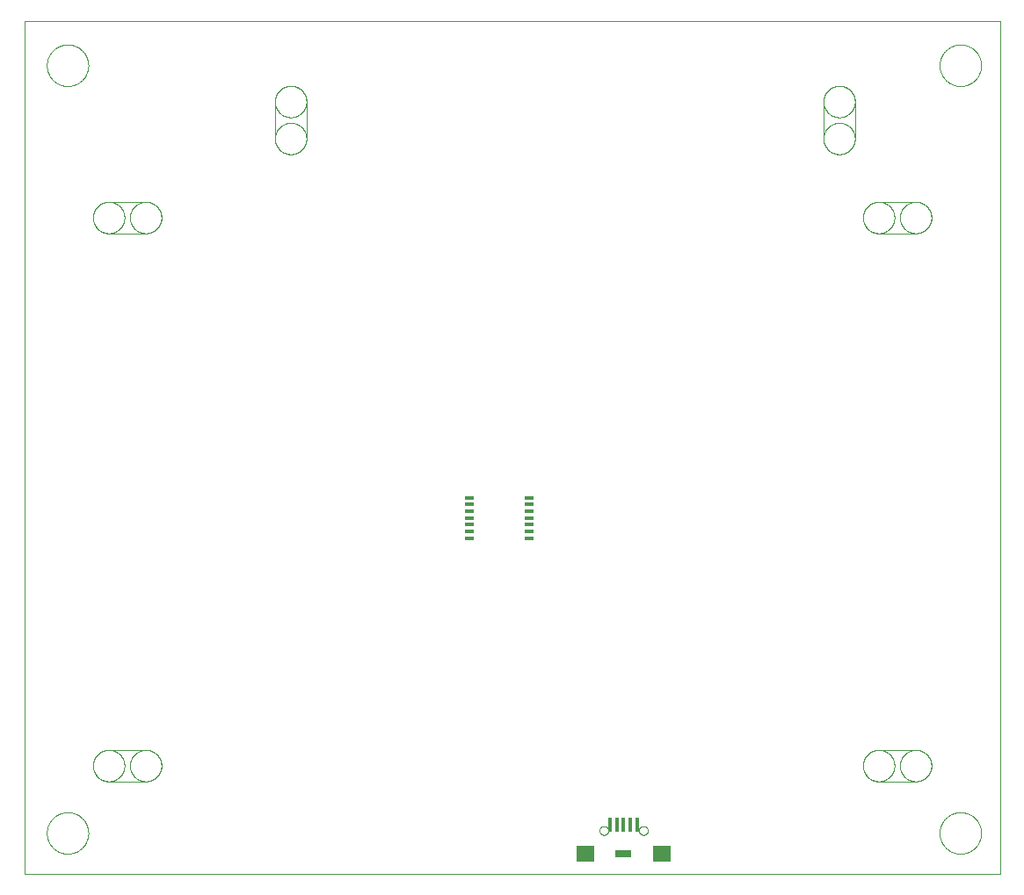
<source format=gtp>
G75*
%MOIN*%
%OFA0B0*%
%FSLAX25Y25*%
%IPPOS*%
%LPD*%
%AMOC8*
5,1,8,0,0,1.08239X$1,22.5*
%
%ADD10C,0.00000*%
%ADD11R,0.03543X0.01378*%
%ADD12C,0.00009*%
%ADD13R,0.01575X0.05709*%
%ADD14R,0.07087X0.05906*%
%ADD15R,0.05906X0.02756*%
D10*
X0002899Y0013620D02*
X0002899Y0337321D01*
X0372820Y0337321D01*
X0372820Y0013620D01*
X0002899Y0013620D01*
X0011403Y0029053D02*
X0011405Y0029246D01*
X0011412Y0029439D01*
X0011424Y0029632D01*
X0011441Y0029825D01*
X0011462Y0030017D01*
X0011488Y0030208D01*
X0011519Y0030399D01*
X0011554Y0030589D01*
X0011594Y0030778D01*
X0011639Y0030966D01*
X0011688Y0031153D01*
X0011742Y0031339D01*
X0011800Y0031523D01*
X0011863Y0031706D01*
X0011931Y0031887D01*
X0012002Y0032066D01*
X0012079Y0032244D01*
X0012159Y0032420D01*
X0012244Y0032593D01*
X0012333Y0032765D01*
X0012426Y0032934D01*
X0012523Y0033101D01*
X0012625Y0033266D01*
X0012730Y0033428D01*
X0012839Y0033587D01*
X0012953Y0033744D01*
X0013070Y0033897D01*
X0013190Y0034048D01*
X0013315Y0034196D01*
X0013443Y0034341D01*
X0013574Y0034482D01*
X0013709Y0034621D01*
X0013848Y0034756D01*
X0013989Y0034887D01*
X0014134Y0035015D01*
X0014282Y0035140D01*
X0014433Y0035260D01*
X0014586Y0035377D01*
X0014743Y0035491D01*
X0014902Y0035600D01*
X0015064Y0035705D01*
X0015229Y0035807D01*
X0015396Y0035904D01*
X0015565Y0035997D01*
X0015737Y0036086D01*
X0015910Y0036171D01*
X0016086Y0036251D01*
X0016264Y0036328D01*
X0016443Y0036399D01*
X0016624Y0036467D01*
X0016807Y0036530D01*
X0016991Y0036588D01*
X0017177Y0036642D01*
X0017364Y0036691D01*
X0017552Y0036736D01*
X0017741Y0036776D01*
X0017931Y0036811D01*
X0018122Y0036842D01*
X0018313Y0036868D01*
X0018505Y0036889D01*
X0018698Y0036906D01*
X0018891Y0036918D01*
X0019084Y0036925D01*
X0019277Y0036927D01*
X0019470Y0036925D01*
X0019663Y0036918D01*
X0019856Y0036906D01*
X0020049Y0036889D01*
X0020241Y0036868D01*
X0020432Y0036842D01*
X0020623Y0036811D01*
X0020813Y0036776D01*
X0021002Y0036736D01*
X0021190Y0036691D01*
X0021377Y0036642D01*
X0021563Y0036588D01*
X0021747Y0036530D01*
X0021930Y0036467D01*
X0022111Y0036399D01*
X0022290Y0036328D01*
X0022468Y0036251D01*
X0022644Y0036171D01*
X0022817Y0036086D01*
X0022989Y0035997D01*
X0023158Y0035904D01*
X0023325Y0035807D01*
X0023490Y0035705D01*
X0023652Y0035600D01*
X0023811Y0035491D01*
X0023968Y0035377D01*
X0024121Y0035260D01*
X0024272Y0035140D01*
X0024420Y0035015D01*
X0024565Y0034887D01*
X0024706Y0034756D01*
X0024845Y0034621D01*
X0024980Y0034482D01*
X0025111Y0034341D01*
X0025239Y0034196D01*
X0025364Y0034048D01*
X0025484Y0033897D01*
X0025601Y0033744D01*
X0025715Y0033587D01*
X0025824Y0033428D01*
X0025929Y0033266D01*
X0026031Y0033101D01*
X0026128Y0032934D01*
X0026221Y0032765D01*
X0026310Y0032593D01*
X0026395Y0032420D01*
X0026475Y0032244D01*
X0026552Y0032066D01*
X0026623Y0031887D01*
X0026691Y0031706D01*
X0026754Y0031523D01*
X0026812Y0031339D01*
X0026866Y0031153D01*
X0026915Y0030966D01*
X0026960Y0030778D01*
X0027000Y0030589D01*
X0027035Y0030399D01*
X0027066Y0030208D01*
X0027092Y0030017D01*
X0027113Y0029825D01*
X0027130Y0029632D01*
X0027142Y0029439D01*
X0027149Y0029246D01*
X0027151Y0029053D01*
X0027149Y0028860D01*
X0027142Y0028667D01*
X0027130Y0028474D01*
X0027113Y0028281D01*
X0027092Y0028089D01*
X0027066Y0027898D01*
X0027035Y0027707D01*
X0027000Y0027517D01*
X0026960Y0027328D01*
X0026915Y0027140D01*
X0026866Y0026953D01*
X0026812Y0026767D01*
X0026754Y0026583D01*
X0026691Y0026400D01*
X0026623Y0026219D01*
X0026552Y0026040D01*
X0026475Y0025862D01*
X0026395Y0025686D01*
X0026310Y0025513D01*
X0026221Y0025341D01*
X0026128Y0025172D01*
X0026031Y0025005D01*
X0025929Y0024840D01*
X0025824Y0024678D01*
X0025715Y0024519D01*
X0025601Y0024362D01*
X0025484Y0024209D01*
X0025364Y0024058D01*
X0025239Y0023910D01*
X0025111Y0023765D01*
X0024980Y0023624D01*
X0024845Y0023485D01*
X0024706Y0023350D01*
X0024565Y0023219D01*
X0024420Y0023091D01*
X0024272Y0022966D01*
X0024121Y0022846D01*
X0023968Y0022729D01*
X0023811Y0022615D01*
X0023652Y0022506D01*
X0023490Y0022401D01*
X0023325Y0022299D01*
X0023158Y0022202D01*
X0022989Y0022109D01*
X0022817Y0022020D01*
X0022644Y0021935D01*
X0022468Y0021855D01*
X0022290Y0021778D01*
X0022111Y0021707D01*
X0021930Y0021639D01*
X0021747Y0021576D01*
X0021563Y0021518D01*
X0021377Y0021464D01*
X0021190Y0021415D01*
X0021002Y0021370D01*
X0020813Y0021330D01*
X0020623Y0021295D01*
X0020432Y0021264D01*
X0020241Y0021238D01*
X0020049Y0021217D01*
X0019856Y0021200D01*
X0019663Y0021188D01*
X0019470Y0021181D01*
X0019277Y0021179D01*
X0019084Y0021181D01*
X0018891Y0021188D01*
X0018698Y0021200D01*
X0018505Y0021217D01*
X0018313Y0021238D01*
X0018122Y0021264D01*
X0017931Y0021295D01*
X0017741Y0021330D01*
X0017552Y0021370D01*
X0017364Y0021415D01*
X0017177Y0021464D01*
X0016991Y0021518D01*
X0016807Y0021576D01*
X0016624Y0021639D01*
X0016443Y0021707D01*
X0016264Y0021778D01*
X0016086Y0021855D01*
X0015910Y0021935D01*
X0015737Y0022020D01*
X0015565Y0022109D01*
X0015396Y0022202D01*
X0015229Y0022299D01*
X0015064Y0022401D01*
X0014902Y0022506D01*
X0014743Y0022615D01*
X0014586Y0022729D01*
X0014433Y0022846D01*
X0014282Y0022966D01*
X0014134Y0023091D01*
X0013989Y0023219D01*
X0013848Y0023350D01*
X0013709Y0023485D01*
X0013574Y0023624D01*
X0013443Y0023765D01*
X0013315Y0023910D01*
X0013190Y0024058D01*
X0013070Y0024209D01*
X0012953Y0024362D01*
X0012839Y0024519D01*
X0012730Y0024678D01*
X0012625Y0024840D01*
X0012523Y0025005D01*
X0012426Y0025172D01*
X0012333Y0025341D01*
X0012244Y0025513D01*
X0012159Y0025686D01*
X0012079Y0025862D01*
X0012002Y0026040D01*
X0011931Y0026219D01*
X0011863Y0026400D01*
X0011800Y0026583D01*
X0011742Y0026767D01*
X0011688Y0026953D01*
X0011639Y0027140D01*
X0011594Y0027328D01*
X0011554Y0027517D01*
X0011519Y0027707D01*
X0011488Y0027898D01*
X0011462Y0028089D01*
X0011441Y0028281D01*
X0011424Y0028474D01*
X0011412Y0028667D01*
X0011405Y0028860D01*
X0011403Y0029053D01*
X0028949Y0054620D02*
X0028951Y0054774D01*
X0028957Y0054928D01*
X0028967Y0055081D01*
X0028981Y0055234D01*
X0028999Y0055387D01*
X0029020Y0055539D01*
X0029046Y0055691D01*
X0029076Y0055842D01*
X0029109Y0055992D01*
X0029147Y0056141D01*
X0029188Y0056290D01*
X0029233Y0056437D01*
X0029282Y0056583D01*
X0029335Y0056727D01*
X0029391Y0056870D01*
X0029451Y0057012D01*
X0029515Y0057152D01*
X0029582Y0057290D01*
X0029653Y0057427D01*
X0029727Y0057562D01*
X0029805Y0057694D01*
X0029886Y0057825D01*
X0029971Y0057954D01*
X0030058Y0058080D01*
X0030149Y0058204D01*
X0030244Y0058325D01*
X0030341Y0058445D01*
X0030441Y0058561D01*
X0030545Y0058675D01*
X0030651Y0058786D01*
X0030760Y0058895D01*
X0030872Y0059000D01*
X0030987Y0059103D01*
X0031104Y0059203D01*
X0031224Y0059299D01*
X0031346Y0059393D01*
X0031470Y0059483D01*
X0031597Y0059570D01*
X0031726Y0059654D01*
X0031858Y0059734D01*
X0031991Y0059811D01*
X0032126Y0059884D01*
X0032263Y0059954D01*
X0032402Y0060021D01*
X0032542Y0060083D01*
X0032684Y0060142D01*
X0032828Y0060198D01*
X0032973Y0060250D01*
X0033119Y0060297D01*
X0033266Y0060342D01*
X0033415Y0060382D01*
X0033564Y0060418D01*
X0033715Y0060451D01*
X0033866Y0060480D01*
X0034018Y0060504D01*
X0034170Y0060525D01*
X0034323Y0060542D01*
X0034476Y0060555D01*
X0034630Y0060564D01*
X0034784Y0060569D01*
X0034937Y0060570D01*
X0035091Y0060567D01*
X0035245Y0060560D01*
X0035398Y0060549D01*
X0035552Y0060534D01*
X0035704Y0060515D01*
X0035856Y0060492D01*
X0036008Y0060466D01*
X0036159Y0060435D01*
X0036309Y0060401D01*
X0036458Y0060362D01*
X0036605Y0060320D01*
X0036752Y0060274D01*
X0036898Y0060224D01*
X0037042Y0060171D01*
X0037185Y0060113D01*
X0037326Y0060052D01*
X0037466Y0059988D01*
X0037604Y0059920D01*
X0037740Y0059848D01*
X0037874Y0059773D01*
X0038006Y0059694D01*
X0038136Y0059612D01*
X0038264Y0059527D01*
X0038390Y0059438D01*
X0038513Y0059346D01*
X0038634Y0059251D01*
X0038753Y0059153D01*
X0038869Y0059052D01*
X0038982Y0058948D01*
X0039093Y0058841D01*
X0039200Y0058731D01*
X0039305Y0058618D01*
X0039407Y0058503D01*
X0039506Y0058385D01*
X0039602Y0058265D01*
X0039695Y0058142D01*
X0039784Y0058017D01*
X0039870Y0057890D01*
X0039953Y0057760D01*
X0040033Y0057628D01*
X0040109Y0057495D01*
X0040181Y0057359D01*
X0040250Y0057221D01*
X0040316Y0057082D01*
X0040378Y0056941D01*
X0040436Y0056799D01*
X0040490Y0056655D01*
X0040541Y0056510D01*
X0040588Y0056363D01*
X0040631Y0056216D01*
X0040670Y0056067D01*
X0040706Y0055917D01*
X0040737Y0055767D01*
X0040765Y0055615D01*
X0040789Y0055463D01*
X0040809Y0055311D01*
X0040825Y0055158D01*
X0040837Y0055004D01*
X0040845Y0054851D01*
X0040849Y0054697D01*
X0040849Y0054543D01*
X0040845Y0054389D01*
X0040837Y0054236D01*
X0040825Y0054082D01*
X0040809Y0053929D01*
X0040789Y0053777D01*
X0040765Y0053625D01*
X0040737Y0053473D01*
X0040706Y0053323D01*
X0040670Y0053173D01*
X0040631Y0053024D01*
X0040588Y0052877D01*
X0040541Y0052730D01*
X0040490Y0052585D01*
X0040436Y0052441D01*
X0040378Y0052299D01*
X0040316Y0052158D01*
X0040250Y0052019D01*
X0040181Y0051881D01*
X0040109Y0051745D01*
X0040033Y0051612D01*
X0039953Y0051480D01*
X0039870Y0051350D01*
X0039784Y0051223D01*
X0039695Y0051098D01*
X0039602Y0050975D01*
X0039506Y0050855D01*
X0039407Y0050737D01*
X0039305Y0050622D01*
X0039200Y0050509D01*
X0039093Y0050399D01*
X0038982Y0050292D01*
X0038869Y0050188D01*
X0038753Y0050087D01*
X0038634Y0049989D01*
X0038513Y0049894D01*
X0038390Y0049802D01*
X0038264Y0049713D01*
X0038136Y0049628D01*
X0038006Y0049546D01*
X0037874Y0049467D01*
X0037740Y0049392D01*
X0037604Y0049320D01*
X0037466Y0049252D01*
X0037326Y0049188D01*
X0037185Y0049127D01*
X0037042Y0049069D01*
X0036898Y0049016D01*
X0036752Y0048966D01*
X0036605Y0048920D01*
X0036458Y0048878D01*
X0036309Y0048839D01*
X0036159Y0048805D01*
X0036008Y0048774D01*
X0035856Y0048748D01*
X0035704Y0048725D01*
X0035552Y0048706D01*
X0035398Y0048691D01*
X0035245Y0048680D01*
X0035091Y0048673D01*
X0034937Y0048670D01*
X0034784Y0048671D01*
X0034630Y0048676D01*
X0034476Y0048685D01*
X0034323Y0048698D01*
X0034170Y0048715D01*
X0034018Y0048736D01*
X0033866Y0048760D01*
X0033715Y0048789D01*
X0033564Y0048822D01*
X0033415Y0048858D01*
X0033266Y0048898D01*
X0033119Y0048943D01*
X0032973Y0048990D01*
X0032828Y0049042D01*
X0032684Y0049098D01*
X0032542Y0049157D01*
X0032402Y0049219D01*
X0032263Y0049286D01*
X0032126Y0049356D01*
X0031991Y0049429D01*
X0031858Y0049506D01*
X0031726Y0049586D01*
X0031597Y0049670D01*
X0031470Y0049757D01*
X0031346Y0049847D01*
X0031224Y0049941D01*
X0031104Y0050037D01*
X0030987Y0050137D01*
X0030872Y0050240D01*
X0030760Y0050345D01*
X0030651Y0050454D01*
X0030545Y0050565D01*
X0030441Y0050679D01*
X0030341Y0050795D01*
X0030244Y0050915D01*
X0030149Y0051036D01*
X0030058Y0051160D01*
X0029971Y0051286D01*
X0029886Y0051415D01*
X0029805Y0051546D01*
X0029727Y0051678D01*
X0029653Y0051813D01*
X0029582Y0051950D01*
X0029515Y0052088D01*
X0029451Y0052228D01*
X0029391Y0052370D01*
X0029335Y0052513D01*
X0029282Y0052657D01*
X0029233Y0052803D01*
X0029188Y0052950D01*
X0029147Y0053099D01*
X0029109Y0053248D01*
X0029076Y0053398D01*
X0029046Y0053549D01*
X0029020Y0053701D01*
X0028999Y0053853D01*
X0028981Y0054006D01*
X0028967Y0054159D01*
X0028957Y0054312D01*
X0028951Y0054466D01*
X0028949Y0054620D01*
X0034899Y0060620D02*
X0034746Y0060618D01*
X0034593Y0060612D01*
X0034440Y0060602D01*
X0034287Y0060589D01*
X0034135Y0060571D01*
X0033983Y0060550D01*
X0033832Y0060524D01*
X0033682Y0060495D01*
X0033532Y0060462D01*
X0033383Y0060425D01*
X0033235Y0060385D01*
X0033089Y0060340D01*
X0032943Y0060292D01*
X0032799Y0060240D01*
X0032656Y0060185D01*
X0032515Y0060126D01*
X0032375Y0060063D01*
X0032237Y0059997D01*
X0032100Y0059927D01*
X0031966Y0059854D01*
X0031833Y0059777D01*
X0031702Y0059697D01*
X0031574Y0059614D01*
X0031447Y0059528D01*
X0031323Y0059438D01*
X0031201Y0059345D01*
X0031082Y0059249D01*
X0030965Y0059150D01*
X0030850Y0059048D01*
X0030738Y0058943D01*
X0030629Y0058835D01*
X0030523Y0058725D01*
X0030420Y0058612D01*
X0030319Y0058496D01*
X0030222Y0058378D01*
X0030127Y0058257D01*
X0030036Y0058134D01*
X0029948Y0058009D01*
X0029863Y0057881D01*
X0029781Y0057752D01*
X0029703Y0057620D01*
X0029628Y0057486D01*
X0029556Y0057351D01*
X0029488Y0057213D01*
X0029424Y0057074D01*
X0029363Y0056934D01*
X0029306Y0056792D01*
X0029252Y0056648D01*
X0029202Y0056503D01*
X0029156Y0056357D01*
X0029113Y0056210D01*
X0029075Y0056062D01*
X0029040Y0055912D01*
X0029009Y0055762D01*
X0028981Y0055612D01*
X0028958Y0055460D01*
X0028939Y0055308D01*
X0028923Y0055156D01*
X0028911Y0055003D01*
X0028903Y0054850D01*
X0028899Y0054697D01*
X0028899Y0054543D01*
X0028903Y0054390D01*
X0028911Y0054237D01*
X0028923Y0054084D01*
X0028939Y0053932D01*
X0028958Y0053780D01*
X0028981Y0053628D01*
X0029009Y0053478D01*
X0029040Y0053328D01*
X0029075Y0053178D01*
X0029113Y0053030D01*
X0029156Y0052883D01*
X0029202Y0052737D01*
X0029252Y0052592D01*
X0029306Y0052448D01*
X0029363Y0052306D01*
X0029424Y0052166D01*
X0029488Y0052027D01*
X0029556Y0051889D01*
X0029628Y0051754D01*
X0029703Y0051620D01*
X0029781Y0051488D01*
X0029863Y0051359D01*
X0029948Y0051231D01*
X0030036Y0051106D01*
X0030127Y0050983D01*
X0030222Y0050862D01*
X0030319Y0050744D01*
X0030420Y0050628D01*
X0030523Y0050515D01*
X0030629Y0050405D01*
X0030738Y0050297D01*
X0030850Y0050192D01*
X0030965Y0050090D01*
X0031082Y0049991D01*
X0031201Y0049895D01*
X0031323Y0049802D01*
X0031447Y0049712D01*
X0031574Y0049626D01*
X0031702Y0049543D01*
X0031833Y0049463D01*
X0031966Y0049386D01*
X0032100Y0049313D01*
X0032237Y0049243D01*
X0032375Y0049177D01*
X0032515Y0049114D01*
X0032656Y0049055D01*
X0032799Y0049000D01*
X0032943Y0048948D01*
X0033089Y0048900D01*
X0033235Y0048855D01*
X0033383Y0048815D01*
X0033532Y0048778D01*
X0033682Y0048745D01*
X0033832Y0048716D01*
X0033983Y0048690D01*
X0034135Y0048669D01*
X0034287Y0048651D01*
X0034440Y0048638D01*
X0034593Y0048628D01*
X0034746Y0048622D01*
X0034899Y0048620D01*
X0042949Y0054620D02*
X0042951Y0054774D01*
X0042957Y0054928D01*
X0042967Y0055081D01*
X0042981Y0055234D01*
X0042999Y0055387D01*
X0043020Y0055539D01*
X0043046Y0055691D01*
X0043076Y0055842D01*
X0043109Y0055992D01*
X0043147Y0056141D01*
X0043188Y0056290D01*
X0043233Y0056437D01*
X0043282Y0056583D01*
X0043335Y0056727D01*
X0043391Y0056870D01*
X0043451Y0057012D01*
X0043515Y0057152D01*
X0043582Y0057290D01*
X0043653Y0057427D01*
X0043727Y0057562D01*
X0043805Y0057694D01*
X0043886Y0057825D01*
X0043971Y0057954D01*
X0044058Y0058080D01*
X0044149Y0058204D01*
X0044244Y0058325D01*
X0044341Y0058445D01*
X0044441Y0058561D01*
X0044545Y0058675D01*
X0044651Y0058786D01*
X0044760Y0058895D01*
X0044872Y0059000D01*
X0044987Y0059103D01*
X0045104Y0059203D01*
X0045224Y0059299D01*
X0045346Y0059393D01*
X0045470Y0059483D01*
X0045597Y0059570D01*
X0045726Y0059654D01*
X0045858Y0059734D01*
X0045991Y0059811D01*
X0046126Y0059884D01*
X0046263Y0059954D01*
X0046402Y0060021D01*
X0046542Y0060083D01*
X0046684Y0060142D01*
X0046828Y0060198D01*
X0046973Y0060250D01*
X0047119Y0060297D01*
X0047266Y0060342D01*
X0047415Y0060382D01*
X0047564Y0060418D01*
X0047715Y0060451D01*
X0047866Y0060480D01*
X0048018Y0060504D01*
X0048170Y0060525D01*
X0048323Y0060542D01*
X0048476Y0060555D01*
X0048630Y0060564D01*
X0048784Y0060569D01*
X0048937Y0060570D01*
X0049091Y0060567D01*
X0049245Y0060560D01*
X0049398Y0060549D01*
X0049552Y0060534D01*
X0049704Y0060515D01*
X0049856Y0060492D01*
X0050008Y0060466D01*
X0050159Y0060435D01*
X0050309Y0060401D01*
X0050458Y0060362D01*
X0050605Y0060320D01*
X0050752Y0060274D01*
X0050898Y0060224D01*
X0051042Y0060171D01*
X0051185Y0060113D01*
X0051326Y0060052D01*
X0051466Y0059988D01*
X0051604Y0059920D01*
X0051740Y0059848D01*
X0051874Y0059773D01*
X0052006Y0059694D01*
X0052136Y0059612D01*
X0052264Y0059527D01*
X0052390Y0059438D01*
X0052513Y0059346D01*
X0052634Y0059251D01*
X0052753Y0059153D01*
X0052869Y0059052D01*
X0052982Y0058948D01*
X0053093Y0058841D01*
X0053200Y0058731D01*
X0053305Y0058618D01*
X0053407Y0058503D01*
X0053506Y0058385D01*
X0053602Y0058265D01*
X0053695Y0058142D01*
X0053784Y0058017D01*
X0053870Y0057890D01*
X0053953Y0057760D01*
X0054033Y0057628D01*
X0054109Y0057495D01*
X0054181Y0057359D01*
X0054250Y0057221D01*
X0054316Y0057082D01*
X0054378Y0056941D01*
X0054436Y0056799D01*
X0054490Y0056655D01*
X0054541Y0056510D01*
X0054588Y0056363D01*
X0054631Y0056216D01*
X0054670Y0056067D01*
X0054706Y0055917D01*
X0054737Y0055767D01*
X0054765Y0055615D01*
X0054789Y0055463D01*
X0054809Y0055311D01*
X0054825Y0055158D01*
X0054837Y0055004D01*
X0054845Y0054851D01*
X0054849Y0054697D01*
X0054849Y0054543D01*
X0054845Y0054389D01*
X0054837Y0054236D01*
X0054825Y0054082D01*
X0054809Y0053929D01*
X0054789Y0053777D01*
X0054765Y0053625D01*
X0054737Y0053473D01*
X0054706Y0053323D01*
X0054670Y0053173D01*
X0054631Y0053024D01*
X0054588Y0052877D01*
X0054541Y0052730D01*
X0054490Y0052585D01*
X0054436Y0052441D01*
X0054378Y0052299D01*
X0054316Y0052158D01*
X0054250Y0052019D01*
X0054181Y0051881D01*
X0054109Y0051745D01*
X0054033Y0051612D01*
X0053953Y0051480D01*
X0053870Y0051350D01*
X0053784Y0051223D01*
X0053695Y0051098D01*
X0053602Y0050975D01*
X0053506Y0050855D01*
X0053407Y0050737D01*
X0053305Y0050622D01*
X0053200Y0050509D01*
X0053093Y0050399D01*
X0052982Y0050292D01*
X0052869Y0050188D01*
X0052753Y0050087D01*
X0052634Y0049989D01*
X0052513Y0049894D01*
X0052390Y0049802D01*
X0052264Y0049713D01*
X0052136Y0049628D01*
X0052006Y0049546D01*
X0051874Y0049467D01*
X0051740Y0049392D01*
X0051604Y0049320D01*
X0051466Y0049252D01*
X0051326Y0049188D01*
X0051185Y0049127D01*
X0051042Y0049069D01*
X0050898Y0049016D01*
X0050752Y0048966D01*
X0050605Y0048920D01*
X0050458Y0048878D01*
X0050309Y0048839D01*
X0050159Y0048805D01*
X0050008Y0048774D01*
X0049856Y0048748D01*
X0049704Y0048725D01*
X0049552Y0048706D01*
X0049398Y0048691D01*
X0049245Y0048680D01*
X0049091Y0048673D01*
X0048937Y0048670D01*
X0048784Y0048671D01*
X0048630Y0048676D01*
X0048476Y0048685D01*
X0048323Y0048698D01*
X0048170Y0048715D01*
X0048018Y0048736D01*
X0047866Y0048760D01*
X0047715Y0048789D01*
X0047564Y0048822D01*
X0047415Y0048858D01*
X0047266Y0048898D01*
X0047119Y0048943D01*
X0046973Y0048990D01*
X0046828Y0049042D01*
X0046684Y0049098D01*
X0046542Y0049157D01*
X0046402Y0049219D01*
X0046263Y0049286D01*
X0046126Y0049356D01*
X0045991Y0049429D01*
X0045858Y0049506D01*
X0045726Y0049586D01*
X0045597Y0049670D01*
X0045470Y0049757D01*
X0045346Y0049847D01*
X0045224Y0049941D01*
X0045104Y0050037D01*
X0044987Y0050137D01*
X0044872Y0050240D01*
X0044760Y0050345D01*
X0044651Y0050454D01*
X0044545Y0050565D01*
X0044441Y0050679D01*
X0044341Y0050795D01*
X0044244Y0050915D01*
X0044149Y0051036D01*
X0044058Y0051160D01*
X0043971Y0051286D01*
X0043886Y0051415D01*
X0043805Y0051546D01*
X0043727Y0051678D01*
X0043653Y0051813D01*
X0043582Y0051950D01*
X0043515Y0052088D01*
X0043451Y0052228D01*
X0043391Y0052370D01*
X0043335Y0052513D01*
X0043282Y0052657D01*
X0043233Y0052803D01*
X0043188Y0052950D01*
X0043147Y0053099D01*
X0043109Y0053248D01*
X0043076Y0053398D01*
X0043046Y0053549D01*
X0043020Y0053701D01*
X0042999Y0053853D01*
X0042981Y0054006D01*
X0042967Y0054159D01*
X0042957Y0054312D01*
X0042951Y0054466D01*
X0042949Y0054620D01*
X0048899Y0048620D02*
X0049052Y0048622D01*
X0049205Y0048628D01*
X0049358Y0048638D01*
X0049511Y0048651D01*
X0049663Y0048669D01*
X0049815Y0048690D01*
X0049966Y0048716D01*
X0050116Y0048745D01*
X0050266Y0048778D01*
X0050415Y0048815D01*
X0050563Y0048855D01*
X0050709Y0048900D01*
X0050855Y0048948D01*
X0050999Y0049000D01*
X0051142Y0049055D01*
X0051283Y0049114D01*
X0051423Y0049177D01*
X0051561Y0049243D01*
X0051698Y0049313D01*
X0051832Y0049386D01*
X0051965Y0049463D01*
X0052096Y0049543D01*
X0052224Y0049626D01*
X0052351Y0049712D01*
X0052475Y0049802D01*
X0052597Y0049895D01*
X0052716Y0049991D01*
X0052833Y0050090D01*
X0052948Y0050192D01*
X0053060Y0050297D01*
X0053169Y0050405D01*
X0053275Y0050515D01*
X0053378Y0050628D01*
X0053479Y0050744D01*
X0053576Y0050862D01*
X0053671Y0050983D01*
X0053762Y0051106D01*
X0053850Y0051231D01*
X0053935Y0051359D01*
X0054017Y0051488D01*
X0054095Y0051620D01*
X0054170Y0051754D01*
X0054242Y0051889D01*
X0054310Y0052027D01*
X0054374Y0052166D01*
X0054435Y0052306D01*
X0054492Y0052448D01*
X0054546Y0052592D01*
X0054596Y0052737D01*
X0054642Y0052883D01*
X0054685Y0053030D01*
X0054723Y0053178D01*
X0054758Y0053328D01*
X0054789Y0053478D01*
X0054817Y0053628D01*
X0054840Y0053780D01*
X0054859Y0053932D01*
X0054875Y0054084D01*
X0054887Y0054237D01*
X0054895Y0054390D01*
X0054899Y0054543D01*
X0054899Y0054697D01*
X0054895Y0054850D01*
X0054887Y0055003D01*
X0054875Y0055156D01*
X0054859Y0055308D01*
X0054840Y0055460D01*
X0054817Y0055612D01*
X0054789Y0055762D01*
X0054758Y0055912D01*
X0054723Y0056062D01*
X0054685Y0056210D01*
X0054642Y0056357D01*
X0054596Y0056503D01*
X0054546Y0056648D01*
X0054492Y0056792D01*
X0054435Y0056934D01*
X0054374Y0057074D01*
X0054310Y0057213D01*
X0054242Y0057351D01*
X0054170Y0057486D01*
X0054095Y0057620D01*
X0054017Y0057752D01*
X0053935Y0057881D01*
X0053850Y0058009D01*
X0053762Y0058134D01*
X0053671Y0058257D01*
X0053576Y0058378D01*
X0053479Y0058496D01*
X0053378Y0058612D01*
X0053275Y0058725D01*
X0053169Y0058835D01*
X0053060Y0058943D01*
X0052948Y0059048D01*
X0052833Y0059150D01*
X0052716Y0059249D01*
X0052597Y0059345D01*
X0052475Y0059438D01*
X0052351Y0059528D01*
X0052224Y0059614D01*
X0052096Y0059697D01*
X0051965Y0059777D01*
X0051832Y0059854D01*
X0051698Y0059927D01*
X0051561Y0059997D01*
X0051423Y0060063D01*
X0051283Y0060126D01*
X0051142Y0060185D01*
X0050999Y0060240D01*
X0050855Y0060292D01*
X0050709Y0060340D01*
X0050563Y0060385D01*
X0050415Y0060425D01*
X0050266Y0060462D01*
X0050116Y0060495D01*
X0049966Y0060524D01*
X0049815Y0060550D01*
X0049663Y0060571D01*
X0049511Y0060589D01*
X0049358Y0060602D01*
X0049205Y0060612D01*
X0049052Y0060618D01*
X0048899Y0060620D01*
X0220993Y0030008D02*
X0220995Y0030089D01*
X0221001Y0030171D01*
X0221011Y0030252D01*
X0221025Y0030332D01*
X0221042Y0030411D01*
X0221064Y0030490D01*
X0221089Y0030567D01*
X0221118Y0030644D01*
X0221151Y0030718D01*
X0221188Y0030791D01*
X0221227Y0030862D01*
X0221271Y0030931D01*
X0221317Y0030998D01*
X0221367Y0031062D01*
X0221420Y0031124D01*
X0221476Y0031184D01*
X0221534Y0031240D01*
X0221596Y0031294D01*
X0221660Y0031345D01*
X0221726Y0031392D01*
X0221794Y0031436D01*
X0221865Y0031477D01*
X0221937Y0031514D01*
X0222012Y0031548D01*
X0222087Y0031578D01*
X0222165Y0031604D01*
X0222243Y0031627D01*
X0222322Y0031645D01*
X0222402Y0031660D01*
X0222483Y0031671D01*
X0222564Y0031678D01*
X0222646Y0031681D01*
X0222727Y0031680D01*
X0222808Y0031675D01*
X0222889Y0031666D01*
X0222970Y0031653D01*
X0223050Y0031636D01*
X0223128Y0031616D01*
X0223206Y0031591D01*
X0223283Y0031563D01*
X0223358Y0031531D01*
X0223431Y0031496D01*
X0223502Y0031457D01*
X0223572Y0031414D01*
X0223639Y0031369D01*
X0223705Y0031320D01*
X0223767Y0031268D01*
X0223827Y0031212D01*
X0223884Y0031154D01*
X0223939Y0031094D01*
X0223990Y0031030D01*
X0224038Y0030965D01*
X0224083Y0030897D01*
X0224125Y0030827D01*
X0224163Y0030755D01*
X0224198Y0030681D01*
X0224229Y0030606D01*
X0224256Y0030529D01*
X0224279Y0030451D01*
X0224299Y0030372D01*
X0224315Y0030292D01*
X0224327Y0030211D01*
X0224335Y0030130D01*
X0224339Y0030049D01*
X0224339Y0029967D01*
X0224335Y0029886D01*
X0224327Y0029805D01*
X0224315Y0029724D01*
X0224299Y0029644D01*
X0224279Y0029565D01*
X0224256Y0029487D01*
X0224229Y0029410D01*
X0224198Y0029335D01*
X0224163Y0029261D01*
X0224125Y0029189D01*
X0224083Y0029119D01*
X0224038Y0029051D01*
X0223990Y0028986D01*
X0223939Y0028922D01*
X0223884Y0028862D01*
X0223827Y0028804D01*
X0223767Y0028748D01*
X0223705Y0028696D01*
X0223639Y0028647D01*
X0223572Y0028602D01*
X0223503Y0028559D01*
X0223431Y0028520D01*
X0223358Y0028485D01*
X0223283Y0028453D01*
X0223206Y0028425D01*
X0223128Y0028400D01*
X0223050Y0028380D01*
X0222970Y0028363D01*
X0222889Y0028350D01*
X0222808Y0028341D01*
X0222727Y0028336D01*
X0222646Y0028335D01*
X0222564Y0028338D01*
X0222483Y0028345D01*
X0222402Y0028356D01*
X0222322Y0028371D01*
X0222243Y0028389D01*
X0222165Y0028412D01*
X0222087Y0028438D01*
X0222012Y0028468D01*
X0221937Y0028502D01*
X0221865Y0028539D01*
X0221794Y0028580D01*
X0221726Y0028624D01*
X0221660Y0028671D01*
X0221596Y0028722D01*
X0221534Y0028776D01*
X0221476Y0028832D01*
X0221420Y0028892D01*
X0221367Y0028954D01*
X0221317Y0029018D01*
X0221271Y0029085D01*
X0221227Y0029154D01*
X0221188Y0029225D01*
X0221151Y0029298D01*
X0221118Y0029372D01*
X0221089Y0029449D01*
X0221064Y0029526D01*
X0221042Y0029605D01*
X0221025Y0029684D01*
X0221011Y0029764D01*
X0221001Y0029845D01*
X0220995Y0029927D01*
X0220993Y0030008D01*
X0235954Y0030008D02*
X0235956Y0030089D01*
X0235962Y0030171D01*
X0235972Y0030252D01*
X0235986Y0030332D01*
X0236003Y0030411D01*
X0236025Y0030490D01*
X0236050Y0030567D01*
X0236079Y0030644D01*
X0236112Y0030718D01*
X0236149Y0030791D01*
X0236188Y0030862D01*
X0236232Y0030931D01*
X0236278Y0030998D01*
X0236328Y0031062D01*
X0236381Y0031124D01*
X0236437Y0031184D01*
X0236495Y0031240D01*
X0236557Y0031294D01*
X0236621Y0031345D01*
X0236687Y0031392D01*
X0236755Y0031436D01*
X0236826Y0031477D01*
X0236898Y0031514D01*
X0236973Y0031548D01*
X0237048Y0031578D01*
X0237126Y0031604D01*
X0237204Y0031627D01*
X0237283Y0031645D01*
X0237363Y0031660D01*
X0237444Y0031671D01*
X0237525Y0031678D01*
X0237607Y0031681D01*
X0237688Y0031680D01*
X0237769Y0031675D01*
X0237850Y0031666D01*
X0237931Y0031653D01*
X0238011Y0031636D01*
X0238089Y0031616D01*
X0238167Y0031591D01*
X0238244Y0031563D01*
X0238319Y0031531D01*
X0238392Y0031496D01*
X0238463Y0031457D01*
X0238533Y0031414D01*
X0238600Y0031369D01*
X0238666Y0031320D01*
X0238728Y0031268D01*
X0238788Y0031212D01*
X0238845Y0031154D01*
X0238900Y0031094D01*
X0238951Y0031030D01*
X0238999Y0030965D01*
X0239044Y0030897D01*
X0239086Y0030827D01*
X0239124Y0030755D01*
X0239159Y0030681D01*
X0239190Y0030606D01*
X0239217Y0030529D01*
X0239240Y0030451D01*
X0239260Y0030372D01*
X0239276Y0030292D01*
X0239288Y0030211D01*
X0239296Y0030130D01*
X0239300Y0030049D01*
X0239300Y0029967D01*
X0239296Y0029886D01*
X0239288Y0029805D01*
X0239276Y0029724D01*
X0239260Y0029644D01*
X0239240Y0029565D01*
X0239217Y0029487D01*
X0239190Y0029410D01*
X0239159Y0029335D01*
X0239124Y0029261D01*
X0239086Y0029189D01*
X0239044Y0029119D01*
X0238999Y0029051D01*
X0238951Y0028986D01*
X0238900Y0028922D01*
X0238845Y0028862D01*
X0238788Y0028804D01*
X0238728Y0028748D01*
X0238666Y0028696D01*
X0238600Y0028647D01*
X0238533Y0028602D01*
X0238464Y0028559D01*
X0238392Y0028520D01*
X0238319Y0028485D01*
X0238244Y0028453D01*
X0238167Y0028425D01*
X0238089Y0028400D01*
X0238011Y0028380D01*
X0237931Y0028363D01*
X0237850Y0028350D01*
X0237769Y0028341D01*
X0237688Y0028336D01*
X0237607Y0028335D01*
X0237525Y0028338D01*
X0237444Y0028345D01*
X0237363Y0028356D01*
X0237283Y0028371D01*
X0237204Y0028389D01*
X0237126Y0028412D01*
X0237048Y0028438D01*
X0236973Y0028468D01*
X0236898Y0028502D01*
X0236826Y0028539D01*
X0236755Y0028580D01*
X0236687Y0028624D01*
X0236621Y0028671D01*
X0236557Y0028722D01*
X0236495Y0028776D01*
X0236437Y0028832D01*
X0236381Y0028892D01*
X0236328Y0028954D01*
X0236278Y0029018D01*
X0236232Y0029085D01*
X0236188Y0029154D01*
X0236149Y0029225D01*
X0236112Y0029298D01*
X0236079Y0029372D01*
X0236050Y0029449D01*
X0236025Y0029526D01*
X0236003Y0029605D01*
X0235986Y0029684D01*
X0235972Y0029764D01*
X0235962Y0029845D01*
X0235956Y0029927D01*
X0235954Y0030008D01*
X0320949Y0054620D02*
X0320951Y0054774D01*
X0320957Y0054928D01*
X0320967Y0055081D01*
X0320981Y0055234D01*
X0320999Y0055387D01*
X0321020Y0055539D01*
X0321046Y0055691D01*
X0321076Y0055842D01*
X0321109Y0055992D01*
X0321147Y0056141D01*
X0321188Y0056290D01*
X0321233Y0056437D01*
X0321282Y0056583D01*
X0321335Y0056727D01*
X0321391Y0056870D01*
X0321451Y0057012D01*
X0321515Y0057152D01*
X0321582Y0057290D01*
X0321653Y0057427D01*
X0321727Y0057562D01*
X0321805Y0057694D01*
X0321886Y0057825D01*
X0321971Y0057954D01*
X0322058Y0058080D01*
X0322149Y0058204D01*
X0322244Y0058325D01*
X0322341Y0058445D01*
X0322441Y0058561D01*
X0322545Y0058675D01*
X0322651Y0058786D01*
X0322760Y0058895D01*
X0322872Y0059000D01*
X0322987Y0059103D01*
X0323104Y0059203D01*
X0323224Y0059299D01*
X0323346Y0059393D01*
X0323470Y0059483D01*
X0323597Y0059570D01*
X0323726Y0059654D01*
X0323858Y0059734D01*
X0323991Y0059811D01*
X0324126Y0059884D01*
X0324263Y0059954D01*
X0324402Y0060021D01*
X0324542Y0060083D01*
X0324684Y0060142D01*
X0324828Y0060198D01*
X0324973Y0060250D01*
X0325119Y0060297D01*
X0325266Y0060342D01*
X0325415Y0060382D01*
X0325564Y0060418D01*
X0325715Y0060451D01*
X0325866Y0060480D01*
X0326018Y0060504D01*
X0326170Y0060525D01*
X0326323Y0060542D01*
X0326476Y0060555D01*
X0326630Y0060564D01*
X0326784Y0060569D01*
X0326937Y0060570D01*
X0327091Y0060567D01*
X0327245Y0060560D01*
X0327398Y0060549D01*
X0327552Y0060534D01*
X0327704Y0060515D01*
X0327856Y0060492D01*
X0328008Y0060466D01*
X0328159Y0060435D01*
X0328309Y0060401D01*
X0328458Y0060362D01*
X0328605Y0060320D01*
X0328752Y0060274D01*
X0328898Y0060224D01*
X0329042Y0060171D01*
X0329185Y0060113D01*
X0329326Y0060052D01*
X0329466Y0059988D01*
X0329604Y0059920D01*
X0329740Y0059848D01*
X0329874Y0059773D01*
X0330006Y0059694D01*
X0330136Y0059612D01*
X0330264Y0059527D01*
X0330390Y0059438D01*
X0330513Y0059346D01*
X0330634Y0059251D01*
X0330753Y0059153D01*
X0330869Y0059052D01*
X0330982Y0058948D01*
X0331093Y0058841D01*
X0331200Y0058731D01*
X0331305Y0058618D01*
X0331407Y0058503D01*
X0331506Y0058385D01*
X0331602Y0058265D01*
X0331695Y0058142D01*
X0331784Y0058017D01*
X0331870Y0057890D01*
X0331953Y0057760D01*
X0332033Y0057628D01*
X0332109Y0057495D01*
X0332181Y0057359D01*
X0332250Y0057221D01*
X0332316Y0057082D01*
X0332378Y0056941D01*
X0332436Y0056799D01*
X0332490Y0056655D01*
X0332541Y0056510D01*
X0332588Y0056363D01*
X0332631Y0056216D01*
X0332670Y0056067D01*
X0332706Y0055917D01*
X0332737Y0055767D01*
X0332765Y0055615D01*
X0332789Y0055463D01*
X0332809Y0055311D01*
X0332825Y0055158D01*
X0332837Y0055004D01*
X0332845Y0054851D01*
X0332849Y0054697D01*
X0332849Y0054543D01*
X0332845Y0054389D01*
X0332837Y0054236D01*
X0332825Y0054082D01*
X0332809Y0053929D01*
X0332789Y0053777D01*
X0332765Y0053625D01*
X0332737Y0053473D01*
X0332706Y0053323D01*
X0332670Y0053173D01*
X0332631Y0053024D01*
X0332588Y0052877D01*
X0332541Y0052730D01*
X0332490Y0052585D01*
X0332436Y0052441D01*
X0332378Y0052299D01*
X0332316Y0052158D01*
X0332250Y0052019D01*
X0332181Y0051881D01*
X0332109Y0051745D01*
X0332033Y0051612D01*
X0331953Y0051480D01*
X0331870Y0051350D01*
X0331784Y0051223D01*
X0331695Y0051098D01*
X0331602Y0050975D01*
X0331506Y0050855D01*
X0331407Y0050737D01*
X0331305Y0050622D01*
X0331200Y0050509D01*
X0331093Y0050399D01*
X0330982Y0050292D01*
X0330869Y0050188D01*
X0330753Y0050087D01*
X0330634Y0049989D01*
X0330513Y0049894D01*
X0330390Y0049802D01*
X0330264Y0049713D01*
X0330136Y0049628D01*
X0330006Y0049546D01*
X0329874Y0049467D01*
X0329740Y0049392D01*
X0329604Y0049320D01*
X0329466Y0049252D01*
X0329326Y0049188D01*
X0329185Y0049127D01*
X0329042Y0049069D01*
X0328898Y0049016D01*
X0328752Y0048966D01*
X0328605Y0048920D01*
X0328458Y0048878D01*
X0328309Y0048839D01*
X0328159Y0048805D01*
X0328008Y0048774D01*
X0327856Y0048748D01*
X0327704Y0048725D01*
X0327552Y0048706D01*
X0327398Y0048691D01*
X0327245Y0048680D01*
X0327091Y0048673D01*
X0326937Y0048670D01*
X0326784Y0048671D01*
X0326630Y0048676D01*
X0326476Y0048685D01*
X0326323Y0048698D01*
X0326170Y0048715D01*
X0326018Y0048736D01*
X0325866Y0048760D01*
X0325715Y0048789D01*
X0325564Y0048822D01*
X0325415Y0048858D01*
X0325266Y0048898D01*
X0325119Y0048943D01*
X0324973Y0048990D01*
X0324828Y0049042D01*
X0324684Y0049098D01*
X0324542Y0049157D01*
X0324402Y0049219D01*
X0324263Y0049286D01*
X0324126Y0049356D01*
X0323991Y0049429D01*
X0323858Y0049506D01*
X0323726Y0049586D01*
X0323597Y0049670D01*
X0323470Y0049757D01*
X0323346Y0049847D01*
X0323224Y0049941D01*
X0323104Y0050037D01*
X0322987Y0050137D01*
X0322872Y0050240D01*
X0322760Y0050345D01*
X0322651Y0050454D01*
X0322545Y0050565D01*
X0322441Y0050679D01*
X0322341Y0050795D01*
X0322244Y0050915D01*
X0322149Y0051036D01*
X0322058Y0051160D01*
X0321971Y0051286D01*
X0321886Y0051415D01*
X0321805Y0051546D01*
X0321727Y0051678D01*
X0321653Y0051813D01*
X0321582Y0051950D01*
X0321515Y0052088D01*
X0321451Y0052228D01*
X0321391Y0052370D01*
X0321335Y0052513D01*
X0321282Y0052657D01*
X0321233Y0052803D01*
X0321188Y0052950D01*
X0321147Y0053099D01*
X0321109Y0053248D01*
X0321076Y0053398D01*
X0321046Y0053549D01*
X0321020Y0053701D01*
X0320999Y0053853D01*
X0320981Y0054006D01*
X0320967Y0054159D01*
X0320957Y0054312D01*
X0320951Y0054466D01*
X0320949Y0054620D01*
X0326899Y0060620D02*
X0326746Y0060618D01*
X0326593Y0060612D01*
X0326440Y0060602D01*
X0326287Y0060589D01*
X0326135Y0060571D01*
X0325983Y0060550D01*
X0325832Y0060524D01*
X0325682Y0060495D01*
X0325532Y0060462D01*
X0325383Y0060425D01*
X0325235Y0060385D01*
X0325089Y0060340D01*
X0324943Y0060292D01*
X0324799Y0060240D01*
X0324656Y0060185D01*
X0324515Y0060126D01*
X0324375Y0060063D01*
X0324237Y0059997D01*
X0324100Y0059927D01*
X0323966Y0059854D01*
X0323833Y0059777D01*
X0323702Y0059697D01*
X0323574Y0059614D01*
X0323447Y0059528D01*
X0323323Y0059438D01*
X0323201Y0059345D01*
X0323082Y0059249D01*
X0322965Y0059150D01*
X0322850Y0059048D01*
X0322738Y0058943D01*
X0322629Y0058835D01*
X0322523Y0058725D01*
X0322420Y0058612D01*
X0322319Y0058496D01*
X0322222Y0058378D01*
X0322127Y0058257D01*
X0322036Y0058134D01*
X0321948Y0058009D01*
X0321863Y0057881D01*
X0321781Y0057752D01*
X0321703Y0057620D01*
X0321628Y0057486D01*
X0321556Y0057351D01*
X0321488Y0057213D01*
X0321424Y0057074D01*
X0321363Y0056934D01*
X0321306Y0056792D01*
X0321252Y0056648D01*
X0321202Y0056503D01*
X0321156Y0056357D01*
X0321113Y0056210D01*
X0321075Y0056062D01*
X0321040Y0055912D01*
X0321009Y0055762D01*
X0320981Y0055612D01*
X0320958Y0055460D01*
X0320939Y0055308D01*
X0320923Y0055156D01*
X0320911Y0055003D01*
X0320903Y0054850D01*
X0320899Y0054697D01*
X0320899Y0054543D01*
X0320903Y0054390D01*
X0320911Y0054237D01*
X0320923Y0054084D01*
X0320939Y0053932D01*
X0320958Y0053780D01*
X0320981Y0053628D01*
X0321009Y0053478D01*
X0321040Y0053328D01*
X0321075Y0053178D01*
X0321113Y0053030D01*
X0321156Y0052883D01*
X0321202Y0052737D01*
X0321252Y0052592D01*
X0321306Y0052448D01*
X0321363Y0052306D01*
X0321424Y0052166D01*
X0321488Y0052027D01*
X0321556Y0051889D01*
X0321628Y0051754D01*
X0321703Y0051620D01*
X0321781Y0051488D01*
X0321863Y0051359D01*
X0321948Y0051231D01*
X0322036Y0051106D01*
X0322127Y0050983D01*
X0322222Y0050862D01*
X0322319Y0050744D01*
X0322420Y0050628D01*
X0322523Y0050515D01*
X0322629Y0050405D01*
X0322738Y0050297D01*
X0322850Y0050192D01*
X0322965Y0050090D01*
X0323082Y0049991D01*
X0323201Y0049895D01*
X0323323Y0049802D01*
X0323447Y0049712D01*
X0323574Y0049626D01*
X0323702Y0049543D01*
X0323833Y0049463D01*
X0323966Y0049386D01*
X0324100Y0049313D01*
X0324237Y0049243D01*
X0324375Y0049177D01*
X0324515Y0049114D01*
X0324656Y0049055D01*
X0324799Y0049000D01*
X0324943Y0048948D01*
X0325089Y0048900D01*
X0325235Y0048855D01*
X0325383Y0048815D01*
X0325532Y0048778D01*
X0325682Y0048745D01*
X0325832Y0048716D01*
X0325983Y0048690D01*
X0326135Y0048669D01*
X0326287Y0048651D01*
X0326440Y0048638D01*
X0326593Y0048628D01*
X0326746Y0048622D01*
X0326899Y0048620D01*
X0334949Y0054620D02*
X0334951Y0054774D01*
X0334957Y0054928D01*
X0334967Y0055081D01*
X0334981Y0055234D01*
X0334999Y0055387D01*
X0335020Y0055539D01*
X0335046Y0055691D01*
X0335076Y0055842D01*
X0335109Y0055992D01*
X0335147Y0056141D01*
X0335188Y0056290D01*
X0335233Y0056437D01*
X0335282Y0056583D01*
X0335335Y0056727D01*
X0335391Y0056870D01*
X0335451Y0057012D01*
X0335515Y0057152D01*
X0335582Y0057290D01*
X0335653Y0057427D01*
X0335727Y0057562D01*
X0335805Y0057694D01*
X0335886Y0057825D01*
X0335971Y0057954D01*
X0336058Y0058080D01*
X0336149Y0058204D01*
X0336244Y0058325D01*
X0336341Y0058445D01*
X0336441Y0058561D01*
X0336545Y0058675D01*
X0336651Y0058786D01*
X0336760Y0058895D01*
X0336872Y0059000D01*
X0336987Y0059103D01*
X0337104Y0059203D01*
X0337224Y0059299D01*
X0337346Y0059393D01*
X0337470Y0059483D01*
X0337597Y0059570D01*
X0337726Y0059654D01*
X0337858Y0059734D01*
X0337991Y0059811D01*
X0338126Y0059884D01*
X0338263Y0059954D01*
X0338402Y0060021D01*
X0338542Y0060083D01*
X0338684Y0060142D01*
X0338828Y0060198D01*
X0338973Y0060250D01*
X0339119Y0060297D01*
X0339266Y0060342D01*
X0339415Y0060382D01*
X0339564Y0060418D01*
X0339715Y0060451D01*
X0339866Y0060480D01*
X0340018Y0060504D01*
X0340170Y0060525D01*
X0340323Y0060542D01*
X0340476Y0060555D01*
X0340630Y0060564D01*
X0340784Y0060569D01*
X0340937Y0060570D01*
X0341091Y0060567D01*
X0341245Y0060560D01*
X0341398Y0060549D01*
X0341552Y0060534D01*
X0341704Y0060515D01*
X0341856Y0060492D01*
X0342008Y0060466D01*
X0342159Y0060435D01*
X0342309Y0060401D01*
X0342458Y0060362D01*
X0342605Y0060320D01*
X0342752Y0060274D01*
X0342898Y0060224D01*
X0343042Y0060171D01*
X0343185Y0060113D01*
X0343326Y0060052D01*
X0343466Y0059988D01*
X0343604Y0059920D01*
X0343740Y0059848D01*
X0343874Y0059773D01*
X0344006Y0059694D01*
X0344136Y0059612D01*
X0344264Y0059527D01*
X0344390Y0059438D01*
X0344513Y0059346D01*
X0344634Y0059251D01*
X0344753Y0059153D01*
X0344869Y0059052D01*
X0344982Y0058948D01*
X0345093Y0058841D01*
X0345200Y0058731D01*
X0345305Y0058618D01*
X0345407Y0058503D01*
X0345506Y0058385D01*
X0345602Y0058265D01*
X0345695Y0058142D01*
X0345784Y0058017D01*
X0345870Y0057890D01*
X0345953Y0057760D01*
X0346033Y0057628D01*
X0346109Y0057495D01*
X0346181Y0057359D01*
X0346250Y0057221D01*
X0346316Y0057082D01*
X0346378Y0056941D01*
X0346436Y0056799D01*
X0346490Y0056655D01*
X0346541Y0056510D01*
X0346588Y0056363D01*
X0346631Y0056216D01*
X0346670Y0056067D01*
X0346706Y0055917D01*
X0346737Y0055767D01*
X0346765Y0055615D01*
X0346789Y0055463D01*
X0346809Y0055311D01*
X0346825Y0055158D01*
X0346837Y0055004D01*
X0346845Y0054851D01*
X0346849Y0054697D01*
X0346849Y0054543D01*
X0346845Y0054389D01*
X0346837Y0054236D01*
X0346825Y0054082D01*
X0346809Y0053929D01*
X0346789Y0053777D01*
X0346765Y0053625D01*
X0346737Y0053473D01*
X0346706Y0053323D01*
X0346670Y0053173D01*
X0346631Y0053024D01*
X0346588Y0052877D01*
X0346541Y0052730D01*
X0346490Y0052585D01*
X0346436Y0052441D01*
X0346378Y0052299D01*
X0346316Y0052158D01*
X0346250Y0052019D01*
X0346181Y0051881D01*
X0346109Y0051745D01*
X0346033Y0051612D01*
X0345953Y0051480D01*
X0345870Y0051350D01*
X0345784Y0051223D01*
X0345695Y0051098D01*
X0345602Y0050975D01*
X0345506Y0050855D01*
X0345407Y0050737D01*
X0345305Y0050622D01*
X0345200Y0050509D01*
X0345093Y0050399D01*
X0344982Y0050292D01*
X0344869Y0050188D01*
X0344753Y0050087D01*
X0344634Y0049989D01*
X0344513Y0049894D01*
X0344390Y0049802D01*
X0344264Y0049713D01*
X0344136Y0049628D01*
X0344006Y0049546D01*
X0343874Y0049467D01*
X0343740Y0049392D01*
X0343604Y0049320D01*
X0343466Y0049252D01*
X0343326Y0049188D01*
X0343185Y0049127D01*
X0343042Y0049069D01*
X0342898Y0049016D01*
X0342752Y0048966D01*
X0342605Y0048920D01*
X0342458Y0048878D01*
X0342309Y0048839D01*
X0342159Y0048805D01*
X0342008Y0048774D01*
X0341856Y0048748D01*
X0341704Y0048725D01*
X0341552Y0048706D01*
X0341398Y0048691D01*
X0341245Y0048680D01*
X0341091Y0048673D01*
X0340937Y0048670D01*
X0340784Y0048671D01*
X0340630Y0048676D01*
X0340476Y0048685D01*
X0340323Y0048698D01*
X0340170Y0048715D01*
X0340018Y0048736D01*
X0339866Y0048760D01*
X0339715Y0048789D01*
X0339564Y0048822D01*
X0339415Y0048858D01*
X0339266Y0048898D01*
X0339119Y0048943D01*
X0338973Y0048990D01*
X0338828Y0049042D01*
X0338684Y0049098D01*
X0338542Y0049157D01*
X0338402Y0049219D01*
X0338263Y0049286D01*
X0338126Y0049356D01*
X0337991Y0049429D01*
X0337858Y0049506D01*
X0337726Y0049586D01*
X0337597Y0049670D01*
X0337470Y0049757D01*
X0337346Y0049847D01*
X0337224Y0049941D01*
X0337104Y0050037D01*
X0336987Y0050137D01*
X0336872Y0050240D01*
X0336760Y0050345D01*
X0336651Y0050454D01*
X0336545Y0050565D01*
X0336441Y0050679D01*
X0336341Y0050795D01*
X0336244Y0050915D01*
X0336149Y0051036D01*
X0336058Y0051160D01*
X0335971Y0051286D01*
X0335886Y0051415D01*
X0335805Y0051546D01*
X0335727Y0051678D01*
X0335653Y0051813D01*
X0335582Y0051950D01*
X0335515Y0052088D01*
X0335451Y0052228D01*
X0335391Y0052370D01*
X0335335Y0052513D01*
X0335282Y0052657D01*
X0335233Y0052803D01*
X0335188Y0052950D01*
X0335147Y0053099D01*
X0335109Y0053248D01*
X0335076Y0053398D01*
X0335046Y0053549D01*
X0335020Y0053701D01*
X0334999Y0053853D01*
X0334981Y0054006D01*
X0334967Y0054159D01*
X0334957Y0054312D01*
X0334951Y0054466D01*
X0334949Y0054620D01*
X0340899Y0048620D02*
X0341052Y0048622D01*
X0341205Y0048628D01*
X0341358Y0048638D01*
X0341511Y0048651D01*
X0341663Y0048669D01*
X0341815Y0048690D01*
X0341966Y0048716D01*
X0342116Y0048745D01*
X0342266Y0048778D01*
X0342415Y0048815D01*
X0342563Y0048855D01*
X0342709Y0048900D01*
X0342855Y0048948D01*
X0342999Y0049000D01*
X0343142Y0049055D01*
X0343283Y0049114D01*
X0343423Y0049177D01*
X0343561Y0049243D01*
X0343698Y0049313D01*
X0343832Y0049386D01*
X0343965Y0049463D01*
X0344096Y0049543D01*
X0344224Y0049626D01*
X0344351Y0049712D01*
X0344475Y0049802D01*
X0344597Y0049895D01*
X0344716Y0049991D01*
X0344833Y0050090D01*
X0344948Y0050192D01*
X0345060Y0050297D01*
X0345169Y0050405D01*
X0345275Y0050515D01*
X0345378Y0050628D01*
X0345479Y0050744D01*
X0345576Y0050862D01*
X0345671Y0050983D01*
X0345762Y0051106D01*
X0345850Y0051231D01*
X0345935Y0051359D01*
X0346017Y0051488D01*
X0346095Y0051620D01*
X0346170Y0051754D01*
X0346242Y0051889D01*
X0346310Y0052027D01*
X0346374Y0052166D01*
X0346435Y0052306D01*
X0346492Y0052448D01*
X0346546Y0052592D01*
X0346596Y0052737D01*
X0346642Y0052883D01*
X0346685Y0053030D01*
X0346723Y0053178D01*
X0346758Y0053328D01*
X0346789Y0053478D01*
X0346817Y0053628D01*
X0346840Y0053780D01*
X0346859Y0053932D01*
X0346875Y0054084D01*
X0346887Y0054237D01*
X0346895Y0054390D01*
X0346899Y0054543D01*
X0346899Y0054697D01*
X0346895Y0054850D01*
X0346887Y0055003D01*
X0346875Y0055156D01*
X0346859Y0055308D01*
X0346840Y0055460D01*
X0346817Y0055612D01*
X0346789Y0055762D01*
X0346758Y0055912D01*
X0346723Y0056062D01*
X0346685Y0056210D01*
X0346642Y0056357D01*
X0346596Y0056503D01*
X0346546Y0056648D01*
X0346492Y0056792D01*
X0346435Y0056934D01*
X0346374Y0057074D01*
X0346310Y0057213D01*
X0346242Y0057351D01*
X0346170Y0057486D01*
X0346095Y0057620D01*
X0346017Y0057752D01*
X0345935Y0057881D01*
X0345850Y0058009D01*
X0345762Y0058134D01*
X0345671Y0058257D01*
X0345576Y0058378D01*
X0345479Y0058496D01*
X0345378Y0058612D01*
X0345275Y0058725D01*
X0345169Y0058835D01*
X0345060Y0058943D01*
X0344948Y0059048D01*
X0344833Y0059150D01*
X0344716Y0059249D01*
X0344597Y0059345D01*
X0344475Y0059438D01*
X0344351Y0059528D01*
X0344224Y0059614D01*
X0344096Y0059697D01*
X0343965Y0059777D01*
X0343832Y0059854D01*
X0343698Y0059927D01*
X0343561Y0059997D01*
X0343423Y0060063D01*
X0343283Y0060126D01*
X0343142Y0060185D01*
X0342999Y0060240D01*
X0342855Y0060292D01*
X0342709Y0060340D01*
X0342563Y0060385D01*
X0342415Y0060425D01*
X0342266Y0060462D01*
X0342116Y0060495D01*
X0341966Y0060524D01*
X0341815Y0060550D01*
X0341663Y0060571D01*
X0341511Y0060589D01*
X0341358Y0060602D01*
X0341205Y0060612D01*
X0341052Y0060618D01*
X0340899Y0060620D01*
X0349985Y0029053D02*
X0349987Y0029246D01*
X0349994Y0029439D01*
X0350006Y0029632D01*
X0350023Y0029825D01*
X0350044Y0030017D01*
X0350070Y0030208D01*
X0350101Y0030399D01*
X0350136Y0030589D01*
X0350176Y0030778D01*
X0350221Y0030966D01*
X0350270Y0031153D01*
X0350324Y0031339D01*
X0350382Y0031523D01*
X0350445Y0031706D01*
X0350513Y0031887D01*
X0350584Y0032066D01*
X0350661Y0032244D01*
X0350741Y0032420D01*
X0350826Y0032593D01*
X0350915Y0032765D01*
X0351008Y0032934D01*
X0351105Y0033101D01*
X0351207Y0033266D01*
X0351312Y0033428D01*
X0351421Y0033587D01*
X0351535Y0033744D01*
X0351652Y0033897D01*
X0351772Y0034048D01*
X0351897Y0034196D01*
X0352025Y0034341D01*
X0352156Y0034482D01*
X0352291Y0034621D01*
X0352430Y0034756D01*
X0352571Y0034887D01*
X0352716Y0035015D01*
X0352864Y0035140D01*
X0353015Y0035260D01*
X0353168Y0035377D01*
X0353325Y0035491D01*
X0353484Y0035600D01*
X0353646Y0035705D01*
X0353811Y0035807D01*
X0353978Y0035904D01*
X0354147Y0035997D01*
X0354319Y0036086D01*
X0354492Y0036171D01*
X0354668Y0036251D01*
X0354846Y0036328D01*
X0355025Y0036399D01*
X0355206Y0036467D01*
X0355389Y0036530D01*
X0355573Y0036588D01*
X0355759Y0036642D01*
X0355946Y0036691D01*
X0356134Y0036736D01*
X0356323Y0036776D01*
X0356513Y0036811D01*
X0356704Y0036842D01*
X0356895Y0036868D01*
X0357087Y0036889D01*
X0357280Y0036906D01*
X0357473Y0036918D01*
X0357666Y0036925D01*
X0357859Y0036927D01*
X0358052Y0036925D01*
X0358245Y0036918D01*
X0358438Y0036906D01*
X0358631Y0036889D01*
X0358823Y0036868D01*
X0359014Y0036842D01*
X0359205Y0036811D01*
X0359395Y0036776D01*
X0359584Y0036736D01*
X0359772Y0036691D01*
X0359959Y0036642D01*
X0360145Y0036588D01*
X0360329Y0036530D01*
X0360512Y0036467D01*
X0360693Y0036399D01*
X0360872Y0036328D01*
X0361050Y0036251D01*
X0361226Y0036171D01*
X0361399Y0036086D01*
X0361571Y0035997D01*
X0361740Y0035904D01*
X0361907Y0035807D01*
X0362072Y0035705D01*
X0362234Y0035600D01*
X0362393Y0035491D01*
X0362550Y0035377D01*
X0362703Y0035260D01*
X0362854Y0035140D01*
X0363002Y0035015D01*
X0363147Y0034887D01*
X0363288Y0034756D01*
X0363427Y0034621D01*
X0363562Y0034482D01*
X0363693Y0034341D01*
X0363821Y0034196D01*
X0363946Y0034048D01*
X0364066Y0033897D01*
X0364183Y0033744D01*
X0364297Y0033587D01*
X0364406Y0033428D01*
X0364511Y0033266D01*
X0364613Y0033101D01*
X0364710Y0032934D01*
X0364803Y0032765D01*
X0364892Y0032593D01*
X0364977Y0032420D01*
X0365057Y0032244D01*
X0365134Y0032066D01*
X0365205Y0031887D01*
X0365273Y0031706D01*
X0365336Y0031523D01*
X0365394Y0031339D01*
X0365448Y0031153D01*
X0365497Y0030966D01*
X0365542Y0030778D01*
X0365582Y0030589D01*
X0365617Y0030399D01*
X0365648Y0030208D01*
X0365674Y0030017D01*
X0365695Y0029825D01*
X0365712Y0029632D01*
X0365724Y0029439D01*
X0365731Y0029246D01*
X0365733Y0029053D01*
X0365731Y0028860D01*
X0365724Y0028667D01*
X0365712Y0028474D01*
X0365695Y0028281D01*
X0365674Y0028089D01*
X0365648Y0027898D01*
X0365617Y0027707D01*
X0365582Y0027517D01*
X0365542Y0027328D01*
X0365497Y0027140D01*
X0365448Y0026953D01*
X0365394Y0026767D01*
X0365336Y0026583D01*
X0365273Y0026400D01*
X0365205Y0026219D01*
X0365134Y0026040D01*
X0365057Y0025862D01*
X0364977Y0025686D01*
X0364892Y0025513D01*
X0364803Y0025341D01*
X0364710Y0025172D01*
X0364613Y0025005D01*
X0364511Y0024840D01*
X0364406Y0024678D01*
X0364297Y0024519D01*
X0364183Y0024362D01*
X0364066Y0024209D01*
X0363946Y0024058D01*
X0363821Y0023910D01*
X0363693Y0023765D01*
X0363562Y0023624D01*
X0363427Y0023485D01*
X0363288Y0023350D01*
X0363147Y0023219D01*
X0363002Y0023091D01*
X0362854Y0022966D01*
X0362703Y0022846D01*
X0362550Y0022729D01*
X0362393Y0022615D01*
X0362234Y0022506D01*
X0362072Y0022401D01*
X0361907Y0022299D01*
X0361740Y0022202D01*
X0361571Y0022109D01*
X0361399Y0022020D01*
X0361226Y0021935D01*
X0361050Y0021855D01*
X0360872Y0021778D01*
X0360693Y0021707D01*
X0360512Y0021639D01*
X0360329Y0021576D01*
X0360145Y0021518D01*
X0359959Y0021464D01*
X0359772Y0021415D01*
X0359584Y0021370D01*
X0359395Y0021330D01*
X0359205Y0021295D01*
X0359014Y0021264D01*
X0358823Y0021238D01*
X0358631Y0021217D01*
X0358438Y0021200D01*
X0358245Y0021188D01*
X0358052Y0021181D01*
X0357859Y0021179D01*
X0357666Y0021181D01*
X0357473Y0021188D01*
X0357280Y0021200D01*
X0357087Y0021217D01*
X0356895Y0021238D01*
X0356704Y0021264D01*
X0356513Y0021295D01*
X0356323Y0021330D01*
X0356134Y0021370D01*
X0355946Y0021415D01*
X0355759Y0021464D01*
X0355573Y0021518D01*
X0355389Y0021576D01*
X0355206Y0021639D01*
X0355025Y0021707D01*
X0354846Y0021778D01*
X0354668Y0021855D01*
X0354492Y0021935D01*
X0354319Y0022020D01*
X0354147Y0022109D01*
X0353978Y0022202D01*
X0353811Y0022299D01*
X0353646Y0022401D01*
X0353484Y0022506D01*
X0353325Y0022615D01*
X0353168Y0022729D01*
X0353015Y0022846D01*
X0352864Y0022966D01*
X0352716Y0023091D01*
X0352571Y0023219D01*
X0352430Y0023350D01*
X0352291Y0023485D01*
X0352156Y0023624D01*
X0352025Y0023765D01*
X0351897Y0023910D01*
X0351772Y0024058D01*
X0351652Y0024209D01*
X0351535Y0024362D01*
X0351421Y0024519D01*
X0351312Y0024678D01*
X0351207Y0024840D01*
X0351105Y0025005D01*
X0351008Y0025172D01*
X0350915Y0025341D01*
X0350826Y0025513D01*
X0350741Y0025686D01*
X0350661Y0025862D01*
X0350584Y0026040D01*
X0350513Y0026219D01*
X0350445Y0026400D01*
X0350382Y0026583D01*
X0350324Y0026767D01*
X0350270Y0026953D01*
X0350221Y0027140D01*
X0350176Y0027328D01*
X0350136Y0027517D01*
X0350101Y0027707D01*
X0350070Y0027898D01*
X0350044Y0028089D01*
X0350023Y0028281D01*
X0350006Y0028474D01*
X0349994Y0028667D01*
X0349987Y0028860D01*
X0349985Y0029053D01*
X0334949Y0262620D02*
X0334951Y0262774D01*
X0334957Y0262928D01*
X0334967Y0263081D01*
X0334981Y0263234D01*
X0334999Y0263387D01*
X0335020Y0263539D01*
X0335046Y0263691D01*
X0335076Y0263842D01*
X0335109Y0263992D01*
X0335147Y0264141D01*
X0335188Y0264290D01*
X0335233Y0264437D01*
X0335282Y0264583D01*
X0335335Y0264727D01*
X0335391Y0264870D01*
X0335451Y0265012D01*
X0335515Y0265152D01*
X0335582Y0265290D01*
X0335653Y0265427D01*
X0335727Y0265562D01*
X0335805Y0265694D01*
X0335886Y0265825D01*
X0335971Y0265954D01*
X0336058Y0266080D01*
X0336149Y0266204D01*
X0336244Y0266325D01*
X0336341Y0266445D01*
X0336441Y0266561D01*
X0336545Y0266675D01*
X0336651Y0266786D01*
X0336760Y0266895D01*
X0336872Y0267000D01*
X0336987Y0267103D01*
X0337104Y0267203D01*
X0337224Y0267299D01*
X0337346Y0267393D01*
X0337470Y0267483D01*
X0337597Y0267570D01*
X0337726Y0267654D01*
X0337858Y0267734D01*
X0337991Y0267811D01*
X0338126Y0267884D01*
X0338263Y0267954D01*
X0338402Y0268021D01*
X0338542Y0268083D01*
X0338684Y0268142D01*
X0338828Y0268198D01*
X0338973Y0268250D01*
X0339119Y0268297D01*
X0339266Y0268342D01*
X0339415Y0268382D01*
X0339564Y0268418D01*
X0339715Y0268451D01*
X0339866Y0268480D01*
X0340018Y0268504D01*
X0340170Y0268525D01*
X0340323Y0268542D01*
X0340476Y0268555D01*
X0340630Y0268564D01*
X0340784Y0268569D01*
X0340937Y0268570D01*
X0341091Y0268567D01*
X0341245Y0268560D01*
X0341398Y0268549D01*
X0341552Y0268534D01*
X0341704Y0268515D01*
X0341856Y0268492D01*
X0342008Y0268466D01*
X0342159Y0268435D01*
X0342309Y0268401D01*
X0342458Y0268362D01*
X0342605Y0268320D01*
X0342752Y0268274D01*
X0342898Y0268224D01*
X0343042Y0268171D01*
X0343185Y0268113D01*
X0343326Y0268052D01*
X0343466Y0267988D01*
X0343604Y0267920D01*
X0343740Y0267848D01*
X0343874Y0267773D01*
X0344006Y0267694D01*
X0344136Y0267612D01*
X0344264Y0267527D01*
X0344390Y0267438D01*
X0344513Y0267346D01*
X0344634Y0267251D01*
X0344753Y0267153D01*
X0344869Y0267052D01*
X0344982Y0266948D01*
X0345093Y0266841D01*
X0345200Y0266731D01*
X0345305Y0266618D01*
X0345407Y0266503D01*
X0345506Y0266385D01*
X0345602Y0266265D01*
X0345695Y0266142D01*
X0345784Y0266017D01*
X0345870Y0265890D01*
X0345953Y0265760D01*
X0346033Y0265628D01*
X0346109Y0265495D01*
X0346181Y0265359D01*
X0346250Y0265221D01*
X0346316Y0265082D01*
X0346378Y0264941D01*
X0346436Y0264799D01*
X0346490Y0264655D01*
X0346541Y0264510D01*
X0346588Y0264363D01*
X0346631Y0264216D01*
X0346670Y0264067D01*
X0346706Y0263917D01*
X0346737Y0263767D01*
X0346765Y0263615D01*
X0346789Y0263463D01*
X0346809Y0263311D01*
X0346825Y0263158D01*
X0346837Y0263004D01*
X0346845Y0262851D01*
X0346849Y0262697D01*
X0346849Y0262543D01*
X0346845Y0262389D01*
X0346837Y0262236D01*
X0346825Y0262082D01*
X0346809Y0261929D01*
X0346789Y0261777D01*
X0346765Y0261625D01*
X0346737Y0261473D01*
X0346706Y0261323D01*
X0346670Y0261173D01*
X0346631Y0261024D01*
X0346588Y0260877D01*
X0346541Y0260730D01*
X0346490Y0260585D01*
X0346436Y0260441D01*
X0346378Y0260299D01*
X0346316Y0260158D01*
X0346250Y0260019D01*
X0346181Y0259881D01*
X0346109Y0259745D01*
X0346033Y0259612D01*
X0345953Y0259480D01*
X0345870Y0259350D01*
X0345784Y0259223D01*
X0345695Y0259098D01*
X0345602Y0258975D01*
X0345506Y0258855D01*
X0345407Y0258737D01*
X0345305Y0258622D01*
X0345200Y0258509D01*
X0345093Y0258399D01*
X0344982Y0258292D01*
X0344869Y0258188D01*
X0344753Y0258087D01*
X0344634Y0257989D01*
X0344513Y0257894D01*
X0344390Y0257802D01*
X0344264Y0257713D01*
X0344136Y0257628D01*
X0344006Y0257546D01*
X0343874Y0257467D01*
X0343740Y0257392D01*
X0343604Y0257320D01*
X0343466Y0257252D01*
X0343326Y0257188D01*
X0343185Y0257127D01*
X0343042Y0257069D01*
X0342898Y0257016D01*
X0342752Y0256966D01*
X0342605Y0256920D01*
X0342458Y0256878D01*
X0342309Y0256839D01*
X0342159Y0256805D01*
X0342008Y0256774D01*
X0341856Y0256748D01*
X0341704Y0256725D01*
X0341552Y0256706D01*
X0341398Y0256691D01*
X0341245Y0256680D01*
X0341091Y0256673D01*
X0340937Y0256670D01*
X0340784Y0256671D01*
X0340630Y0256676D01*
X0340476Y0256685D01*
X0340323Y0256698D01*
X0340170Y0256715D01*
X0340018Y0256736D01*
X0339866Y0256760D01*
X0339715Y0256789D01*
X0339564Y0256822D01*
X0339415Y0256858D01*
X0339266Y0256898D01*
X0339119Y0256943D01*
X0338973Y0256990D01*
X0338828Y0257042D01*
X0338684Y0257098D01*
X0338542Y0257157D01*
X0338402Y0257219D01*
X0338263Y0257286D01*
X0338126Y0257356D01*
X0337991Y0257429D01*
X0337858Y0257506D01*
X0337726Y0257586D01*
X0337597Y0257670D01*
X0337470Y0257757D01*
X0337346Y0257847D01*
X0337224Y0257941D01*
X0337104Y0258037D01*
X0336987Y0258137D01*
X0336872Y0258240D01*
X0336760Y0258345D01*
X0336651Y0258454D01*
X0336545Y0258565D01*
X0336441Y0258679D01*
X0336341Y0258795D01*
X0336244Y0258915D01*
X0336149Y0259036D01*
X0336058Y0259160D01*
X0335971Y0259286D01*
X0335886Y0259415D01*
X0335805Y0259546D01*
X0335727Y0259678D01*
X0335653Y0259813D01*
X0335582Y0259950D01*
X0335515Y0260088D01*
X0335451Y0260228D01*
X0335391Y0260370D01*
X0335335Y0260513D01*
X0335282Y0260657D01*
X0335233Y0260803D01*
X0335188Y0260950D01*
X0335147Y0261099D01*
X0335109Y0261248D01*
X0335076Y0261398D01*
X0335046Y0261549D01*
X0335020Y0261701D01*
X0334999Y0261853D01*
X0334981Y0262006D01*
X0334967Y0262159D01*
X0334957Y0262312D01*
X0334951Y0262466D01*
X0334949Y0262620D01*
X0340899Y0256620D02*
X0341052Y0256622D01*
X0341205Y0256628D01*
X0341358Y0256638D01*
X0341511Y0256651D01*
X0341663Y0256669D01*
X0341815Y0256690D01*
X0341966Y0256716D01*
X0342116Y0256745D01*
X0342266Y0256778D01*
X0342415Y0256815D01*
X0342563Y0256855D01*
X0342709Y0256900D01*
X0342855Y0256948D01*
X0342999Y0257000D01*
X0343142Y0257055D01*
X0343283Y0257114D01*
X0343423Y0257177D01*
X0343561Y0257243D01*
X0343698Y0257313D01*
X0343832Y0257386D01*
X0343965Y0257463D01*
X0344096Y0257543D01*
X0344224Y0257626D01*
X0344351Y0257712D01*
X0344475Y0257802D01*
X0344597Y0257895D01*
X0344716Y0257991D01*
X0344833Y0258090D01*
X0344948Y0258192D01*
X0345060Y0258297D01*
X0345169Y0258405D01*
X0345275Y0258515D01*
X0345378Y0258628D01*
X0345479Y0258744D01*
X0345576Y0258862D01*
X0345671Y0258983D01*
X0345762Y0259106D01*
X0345850Y0259231D01*
X0345935Y0259359D01*
X0346017Y0259488D01*
X0346095Y0259620D01*
X0346170Y0259754D01*
X0346242Y0259889D01*
X0346310Y0260027D01*
X0346374Y0260166D01*
X0346435Y0260306D01*
X0346492Y0260448D01*
X0346546Y0260592D01*
X0346596Y0260737D01*
X0346642Y0260883D01*
X0346685Y0261030D01*
X0346723Y0261178D01*
X0346758Y0261328D01*
X0346789Y0261478D01*
X0346817Y0261628D01*
X0346840Y0261780D01*
X0346859Y0261932D01*
X0346875Y0262084D01*
X0346887Y0262237D01*
X0346895Y0262390D01*
X0346899Y0262543D01*
X0346899Y0262697D01*
X0346895Y0262850D01*
X0346887Y0263003D01*
X0346875Y0263156D01*
X0346859Y0263308D01*
X0346840Y0263460D01*
X0346817Y0263612D01*
X0346789Y0263762D01*
X0346758Y0263912D01*
X0346723Y0264062D01*
X0346685Y0264210D01*
X0346642Y0264357D01*
X0346596Y0264503D01*
X0346546Y0264648D01*
X0346492Y0264792D01*
X0346435Y0264934D01*
X0346374Y0265074D01*
X0346310Y0265213D01*
X0346242Y0265351D01*
X0346170Y0265486D01*
X0346095Y0265620D01*
X0346017Y0265752D01*
X0345935Y0265881D01*
X0345850Y0266009D01*
X0345762Y0266134D01*
X0345671Y0266257D01*
X0345576Y0266378D01*
X0345479Y0266496D01*
X0345378Y0266612D01*
X0345275Y0266725D01*
X0345169Y0266835D01*
X0345060Y0266943D01*
X0344948Y0267048D01*
X0344833Y0267150D01*
X0344716Y0267249D01*
X0344597Y0267345D01*
X0344475Y0267438D01*
X0344351Y0267528D01*
X0344224Y0267614D01*
X0344096Y0267697D01*
X0343965Y0267777D01*
X0343832Y0267854D01*
X0343698Y0267927D01*
X0343561Y0267997D01*
X0343423Y0268063D01*
X0343283Y0268126D01*
X0343142Y0268185D01*
X0342999Y0268240D01*
X0342855Y0268292D01*
X0342709Y0268340D01*
X0342563Y0268385D01*
X0342415Y0268425D01*
X0342266Y0268462D01*
X0342116Y0268495D01*
X0341966Y0268524D01*
X0341815Y0268550D01*
X0341663Y0268571D01*
X0341511Y0268589D01*
X0341358Y0268602D01*
X0341205Y0268612D01*
X0341052Y0268618D01*
X0340899Y0268620D01*
X0320949Y0262620D02*
X0320951Y0262774D01*
X0320957Y0262928D01*
X0320967Y0263081D01*
X0320981Y0263234D01*
X0320999Y0263387D01*
X0321020Y0263539D01*
X0321046Y0263691D01*
X0321076Y0263842D01*
X0321109Y0263992D01*
X0321147Y0264141D01*
X0321188Y0264290D01*
X0321233Y0264437D01*
X0321282Y0264583D01*
X0321335Y0264727D01*
X0321391Y0264870D01*
X0321451Y0265012D01*
X0321515Y0265152D01*
X0321582Y0265290D01*
X0321653Y0265427D01*
X0321727Y0265562D01*
X0321805Y0265694D01*
X0321886Y0265825D01*
X0321971Y0265954D01*
X0322058Y0266080D01*
X0322149Y0266204D01*
X0322244Y0266325D01*
X0322341Y0266445D01*
X0322441Y0266561D01*
X0322545Y0266675D01*
X0322651Y0266786D01*
X0322760Y0266895D01*
X0322872Y0267000D01*
X0322987Y0267103D01*
X0323104Y0267203D01*
X0323224Y0267299D01*
X0323346Y0267393D01*
X0323470Y0267483D01*
X0323597Y0267570D01*
X0323726Y0267654D01*
X0323858Y0267734D01*
X0323991Y0267811D01*
X0324126Y0267884D01*
X0324263Y0267954D01*
X0324402Y0268021D01*
X0324542Y0268083D01*
X0324684Y0268142D01*
X0324828Y0268198D01*
X0324973Y0268250D01*
X0325119Y0268297D01*
X0325266Y0268342D01*
X0325415Y0268382D01*
X0325564Y0268418D01*
X0325715Y0268451D01*
X0325866Y0268480D01*
X0326018Y0268504D01*
X0326170Y0268525D01*
X0326323Y0268542D01*
X0326476Y0268555D01*
X0326630Y0268564D01*
X0326784Y0268569D01*
X0326937Y0268570D01*
X0327091Y0268567D01*
X0327245Y0268560D01*
X0327398Y0268549D01*
X0327552Y0268534D01*
X0327704Y0268515D01*
X0327856Y0268492D01*
X0328008Y0268466D01*
X0328159Y0268435D01*
X0328309Y0268401D01*
X0328458Y0268362D01*
X0328605Y0268320D01*
X0328752Y0268274D01*
X0328898Y0268224D01*
X0329042Y0268171D01*
X0329185Y0268113D01*
X0329326Y0268052D01*
X0329466Y0267988D01*
X0329604Y0267920D01*
X0329740Y0267848D01*
X0329874Y0267773D01*
X0330006Y0267694D01*
X0330136Y0267612D01*
X0330264Y0267527D01*
X0330390Y0267438D01*
X0330513Y0267346D01*
X0330634Y0267251D01*
X0330753Y0267153D01*
X0330869Y0267052D01*
X0330982Y0266948D01*
X0331093Y0266841D01*
X0331200Y0266731D01*
X0331305Y0266618D01*
X0331407Y0266503D01*
X0331506Y0266385D01*
X0331602Y0266265D01*
X0331695Y0266142D01*
X0331784Y0266017D01*
X0331870Y0265890D01*
X0331953Y0265760D01*
X0332033Y0265628D01*
X0332109Y0265495D01*
X0332181Y0265359D01*
X0332250Y0265221D01*
X0332316Y0265082D01*
X0332378Y0264941D01*
X0332436Y0264799D01*
X0332490Y0264655D01*
X0332541Y0264510D01*
X0332588Y0264363D01*
X0332631Y0264216D01*
X0332670Y0264067D01*
X0332706Y0263917D01*
X0332737Y0263767D01*
X0332765Y0263615D01*
X0332789Y0263463D01*
X0332809Y0263311D01*
X0332825Y0263158D01*
X0332837Y0263004D01*
X0332845Y0262851D01*
X0332849Y0262697D01*
X0332849Y0262543D01*
X0332845Y0262389D01*
X0332837Y0262236D01*
X0332825Y0262082D01*
X0332809Y0261929D01*
X0332789Y0261777D01*
X0332765Y0261625D01*
X0332737Y0261473D01*
X0332706Y0261323D01*
X0332670Y0261173D01*
X0332631Y0261024D01*
X0332588Y0260877D01*
X0332541Y0260730D01*
X0332490Y0260585D01*
X0332436Y0260441D01*
X0332378Y0260299D01*
X0332316Y0260158D01*
X0332250Y0260019D01*
X0332181Y0259881D01*
X0332109Y0259745D01*
X0332033Y0259612D01*
X0331953Y0259480D01*
X0331870Y0259350D01*
X0331784Y0259223D01*
X0331695Y0259098D01*
X0331602Y0258975D01*
X0331506Y0258855D01*
X0331407Y0258737D01*
X0331305Y0258622D01*
X0331200Y0258509D01*
X0331093Y0258399D01*
X0330982Y0258292D01*
X0330869Y0258188D01*
X0330753Y0258087D01*
X0330634Y0257989D01*
X0330513Y0257894D01*
X0330390Y0257802D01*
X0330264Y0257713D01*
X0330136Y0257628D01*
X0330006Y0257546D01*
X0329874Y0257467D01*
X0329740Y0257392D01*
X0329604Y0257320D01*
X0329466Y0257252D01*
X0329326Y0257188D01*
X0329185Y0257127D01*
X0329042Y0257069D01*
X0328898Y0257016D01*
X0328752Y0256966D01*
X0328605Y0256920D01*
X0328458Y0256878D01*
X0328309Y0256839D01*
X0328159Y0256805D01*
X0328008Y0256774D01*
X0327856Y0256748D01*
X0327704Y0256725D01*
X0327552Y0256706D01*
X0327398Y0256691D01*
X0327245Y0256680D01*
X0327091Y0256673D01*
X0326937Y0256670D01*
X0326784Y0256671D01*
X0326630Y0256676D01*
X0326476Y0256685D01*
X0326323Y0256698D01*
X0326170Y0256715D01*
X0326018Y0256736D01*
X0325866Y0256760D01*
X0325715Y0256789D01*
X0325564Y0256822D01*
X0325415Y0256858D01*
X0325266Y0256898D01*
X0325119Y0256943D01*
X0324973Y0256990D01*
X0324828Y0257042D01*
X0324684Y0257098D01*
X0324542Y0257157D01*
X0324402Y0257219D01*
X0324263Y0257286D01*
X0324126Y0257356D01*
X0323991Y0257429D01*
X0323858Y0257506D01*
X0323726Y0257586D01*
X0323597Y0257670D01*
X0323470Y0257757D01*
X0323346Y0257847D01*
X0323224Y0257941D01*
X0323104Y0258037D01*
X0322987Y0258137D01*
X0322872Y0258240D01*
X0322760Y0258345D01*
X0322651Y0258454D01*
X0322545Y0258565D01*
X0322441Y0258679D01*
X0322341Y0258795D01*
X0322244Y0258915D01*
X0322149Y0259036D01*
X0322058Y0259160D01*
X0321971Y0259286D01*
X0321886Y0259415D01*
X0321805Y0259546D01*
X0321727Y0259678D01*
X0321653Y0259813D01*
X0321582Y0259950D01*
X0321515Y0260088D01*
X0321451Y0260228D01*
X0321391Y0260370D01*
X0321335Y0260513D01*
X0321282Y0260657D01*
X0321233Y0260803D01*
X0321188Y0260950D01*
X0321147Y0261099D01*
X0321109Y0261248D01*
X0321076Y0261398D01*
X0321046Y0261549D01*
X0321020Y0261701D01*
X0320999Y0261853D01*
X0320981Y0262006D01*
X0320967Y0262159D01*
X0320957Y0262312D01*
X0320951Y0262466D01*
X0320949Y0262620D01*
X0326899Y0268620D02*
X0326746Y0268618D01*
X0326593Y0268612D01*
X0326440Y0268602D01*
X0326287Y0268589D01*
X0326135Y0268571D01*
X0325983Y0268550D01*
X0325832Y0268524D01*
X0325682Y0268495D01*
X0325532Y0268462D01*
X0325383Y0268425D01*
X0325235Y0268385D01*
X0325089Y0268340D01*
X0324943Y0268292D01*
X0324799Y0268240D01*
X0324656Y0268185D01*
X0324515Y0268126D01*
X0324375Y0268063D01*
X0324237Y0267997D01*
X0324100Y0267927D01*
X0323966Y0267854D01*
X0323833Y0267777D01*
X0323702Y0267697D01*
X0323574Y0267614D01*
X0323447Y0267528D01*
X0323323Y0267438D01*
X0323201Y0267345D01*
X0323082Y0267249D01*
X0322965Y0267150D01*
X0322850Y0267048D01*
X0322738Y0266943D01*
X0322629Y0266835D01*
X0322523Y0266725D01*
X0322420Y0266612D01*
X0322319Y0266496D01*
X0322222Y0266378D01*
X0322127Y0266257D01*
X0322036Y0266134D01*
X0321948Y0266009D01*
X0321863Y0265881D01*
X0321781Y0265752D01*
X0321703Y0265620D01*
X0321628Y0265486D01*
X0321556Y0265351D01*
X0321488Y0265213D01*
X0321424Y0265074D01*
X0321363Y0264934D01*
X0321306Y0264792D01*
X0321252Y0264648D01*
X0321202Y0264503D01*
X0321156Y0264357D01*
X0321113Y0264210D01*
X0321075Y0264062D01*
X0321040Y0263912D01*
X0321009Y0263762D01*
X0320981Y0263612D01*
X0320958Y0263460D01*
X0320939Y0263308D01*
X0320923Y0263156D01*
X0320911Y0263003D01*
X0320903Y0262850D01*
X0320899Y0262697D01*
X0320899Y0262543D01*
X0320903Y0262390D01*
X0320911Y0262237D01*
X0320923Y0262084D01*
X0320939Y0261932D01*
X0320958Y0261780D01*
X0320981Y0261628D01*
X0321009Y0261478D01*
X0321040Y0261328D01*
X0321075Y0261178D01*
X0321113Y0261030D01*
X0321156Y0260883D01*
X0321202Y0260737D01*
X0321252Y0260592D01*
X0321306Y0260448D01*
X0321363Y0260306D01*
X0321424Y0260166D01*
X0321488Y0260027D01*
X0321556Y0259889D01*
X0321628Y0259754D01*
X0321703Y0259620D01*
X0321781Y0259488D01*
X0321863Y0259359D01*
X0321948Y0259231D01*
X0322036Y0259106D01*
X0322127Y0258983D01*
X0322222Y0258862D01*
X0322319Y0258744D01*
X0322420Y0258628D01*
X0322523Y0258515D01*
X0322629Y0258405D01*
X0322738Y0258297D01*
X0322850Y0258192D01*
X0322965Y0258090D01*
X0323082Y0257991D01*
X0323201Y0257895D01*
X0323323Y0257802D01*
X0323447Y0257712D01*
X0323574Y0257626D01*
X0323702Y0257543D01*
X0323833Y0257463D01*
X0323966Y0257386D01*
X0324100Y0257313D01*
X0324237Y0257243D01*
X0324375Y0257177D01*
X0324515Y0257114D01*
X0324656Y0257055D01*
X0324799Y0257000D01*
X0324943Y0256948D01*
X0325089Y0256900D01*
X0325235Y0256855D01*
X0325383Y0256815D01*
X0325532Y0256778D01*
X0325682Y0256745D01*
X0325832Y0256716D01*
X0325983Y0256690D01*
X0326135Y0256669D01*
X0326287Y0256651D01*
X0326440Y0256638D01*
X0326593Y0256628D01*
X0326746Y0256622D01*
X0326899Y0256620D01*
X0305949Y0292620D02*
X0305951Y0292774D01*
X0305957Y0292928D01*
X0305967Y0293081D01*
X0305981Y0293234D01*
X0305999Y0293387D01*
X0306020Y0293539D01*
X0306046Y0293691D01*
X0306076Y0293842D01*
X0306109Y0293992D01*
X0306147Y0294141D01*
X0306188Y0294290D01*
X0306233Y0294437D01*
X0306282Y0294583D01*
X0306335Y0294727D01*
X0306391Y0294870D01*
X0306451Y0295012D01*
X0306515Y0295152D01*
X0306582Y0295290D01*
X0306653Y0295427D01*
X0306727Y0295562D01*
X0306805Y0295694D01*
X0306886Y0295825D01*
X0306971Y0295954D01*
X0307058Y0296080D01*
X0307149Y0296204D01*
X0307244Y0296325D01*
X0307341Y0296445D01*
X0307441Y0296561D01*
X0307545Y0296675D01*
X0307651Y0296786D01*
X0307760Y0296895D01*
X0307872Y0297000D01*
X0307987Y0297103D01*
X0308104Y0297203D01*
X0308224Y0297299D01*
X0308346Y0297393D01*
X0308470Y0297483D01*
X0308597Y0297570D01*
X0308726Y0297654D01*
X0308858Y0297734D01*
X0308991Y0297811D01*
X0309126Y0297884D01*
X0309263Y0297954D01*
X0309402Y0298021D01*
X0309542Y0298083D01*
X0309684Y0298142D01*
X0309828Y0298198D01*
X0309973Y0298250D01*
X0310119Y0298297D01*
X0310266Y0298342D01*
X0310415Y0298382D01*
X0310564Y0298418D01*
X0310715Y0298451D01*
X0310866Y0298480D01*
X0311018Y0298504D01*
X0311170Y0298525D01*
X0311323Y0298542D01*
X0311476Y0298555D01*
X0311630Y0298564D01*
X0311784Y0298569D01*
X0311937Y0298570D01*
X0312091Y0298567D01*
X0312245Y0298560D01*
X0312398Y0298549D01*
X0312552Y0298534D01*
X0312704Y0298515D01*
X0312856Y0298492D01*
X0313008Y0298466D01*
X0313159Y0298435D01*
X0313309Y0298401D01*
X0313458Y0298362D01*
X0313605Y0298320D01*
X0313752Y0298274D01*
X0313898Y0298224D01*
X0314042Y0298171D01*
X0314185Y0298113D01*
X0314326Y0298052D01*
X0314466Y0297988D01*
X0314604Y0297920D01*
X0314740Y0297848D01*
X0314874Y0297773D01*
X0315006Y0297694D01*
X0315136Y0297612D01*
X0315264Y0297527D01*
X0315390Y0297438D01*
X0315513Y0297346D01*
X0315634Y0297251D01*
X0315753Y0297153D01*
X0315869Y0297052D01*
X0315982Y0296948D01*
X0316093Y0296841D01*
X0316200Y0296731D01*
X0316305Y0296618D01*
X0316407Y0296503D01*
X0316506Y0296385D01*
X0316602Y0296265D01*
X0316695Y0296142D01*
X0316784Y0296017D01*
X0316870Y0295890D01*
X0316953Y0295760D01*
X0317033Y0295628D01*
X0317109Y0295495D01*
X0317181Y0295359D01*
X0317250Y0295221D01*
X0317316Y0295082D01*
X0317378Y0294941D01*
X0317436Y0294799D01*
X0317490Y0294655D01*
X0317541Y0294510D01*
X0317588Y0294363D01*
X0317631Y0294216D01*
X0317670Y0294067D01*
X0317706Y0293917D01*
X0317737Y0293767D01*
X0317765Y0293615D01*
X0317789Y0293463D01*
X0317809Y0293311D01*
X0317825Y0293158D01*
X0317837Y0293004D01*
X0317845Y0292851D01*
X0317849Y0292697D01*
X0317849Y0292543D01*
X0317845Y0292389D01*
X0317837Y0292236D01*
X0317825Y0292082D01*
X0317809Y0291929D01*
X0317789Y0291777D01*
X0317765Y0291625D01*
X0317737Y0291473D01*
X0317706Y0291323D01*
X0317670Y0291173D01*
X0317631Y0291024D01*
X0317588Y0290877D01*
X0317541Y0290730D01*
X0317490Y0290585D01*
X0317436Y0290441D01*
X0317378Y0290299D01*
X0317316Y0290158D01*
X0317250Y0290019D01*
X0317181Y0289881D01*
X0317109Y0289745D01*
X0317033Y0289612D01*
X0316953Y0289480D01*
X0316870Y0289350D01*
X0316784Y0289223D01*
X0316695Y0289098D01*
X0316602Y0288975D01*
X0316506Y0288855D01*
X0316407Y0288737D01*
X0316305Y0288622D01*
X0316200Y0288509D01*
X0316093Y0288399D01*
X0315982Y0288292D01*
X0315869Y0288188D01*
X0315753Y0288087D01*
X0315634Y0287989D01*
X0315513Y0287894D01*
X0315390Y0287802D01*
X0315264Y0287713D01*
X0315136Y0287628D01*
X0315006Y0287546D01*
X0314874Y0287467D01*
X0314740Y0287392D01*
X0314604Y0287320D01*
X0314466Y0287252D01*
X0314326Y0287188D01*
X0314185Y0287127D01*
X0314042Y0287069D01*
X0313898Y0287016D01*
X0313752Y0286966D01*
X0313605Y0286920D01*
X0313458Y0286878D01*
X0313309Y0286839D01*
X0313159Y0286805D01*
X0313008Y0286774D01*
X0312856Y0286748D01*
X0312704Y0286725D01*
X0312552Y0286706D01*
X0312398Y0286691D01*
X0312245Y0286680D01*
X0312091Y0286673D01*
X0311937Y0286670D01*
X0311784Y0286671D01*
X0311630Y0286676D01*
X0311476Y0286685D01*
X0311323Y0286698D01*
X0311170Y0286715D01*
X0311018Y0286736D01*
X0310866Y0286760D01*
X0310715Y0286789D01*
X0310564Y0286822D01*
X0310415Y0286858D01*
X0310266Y0286898D01*
X0310119Y0286943D01*
X0309973Y0286990D01*
X0309828Y0287042D01*
X0309684Y0287098D01*
X0309542Y0287157D01*
X0309402Y0287219D01*
X0309263Y0287286D01*
X0309126Y0287356D01*
X0308991Y0287429D01*
X0308858Y0287506D01*
X0308726Y0287586D01*
X0308597Y0287670D01*
X0308470Y0287757D01*
X0308346Y0287847D01*
X0308224Y0287941D01*
X0308104Y0288037D01*
X0307987Y0288137D01*
X0307872Y0288240D01*
X0307760Y0288345D01*
X0307651Y0288454D01*
X0307545Y0288565D01*
X0307441Y0288679D01*
X0307341Y0288795D01*
X0307244Y0288915D01*
X0307149Y0289036D01*
X0307058Y0289160D01*
X0306971Y0289286D01*
X0306886Y0289415D01*
X0306805Y0289546D01*
X0306727Y0289678D01*
X0306653Y0289813D01*
X0306582Y0289950D01*
X0306515Y0290088D01*
X0306451Y0290228D01*
X0306391Y0290370D01*
X0306335Y0290513D01*
X0306282Y0290657D01*
X0306233Y0290803D01*
X0306188Y0290950D01*
X0306147Y0291099D01*
X0306109Y0291248D01*
X0306076Y0291398D01*
X0306046Y0291549D01*
X0306020Y0291701D01*
X0305999Y0291853D01*
X0305981Y0292006D01*
X0305967Y0292159D01*
X0305957Y0292312D01*
X0305951Y0292466D01*
X0305949Y0292620D01*
X0305899Y0292620D02*
X0305901Y0292467D01*
X0305907Y0292314D01*
X0305917Y0292161D01*
X0305930Y0292008D01*
X0305948Y0291856D01*
X0305969Y0291704D01*
X0305995Y0291553D01*
X0306024Y0291403D01*
X0306057Y0291253D01*
X0306094Y0291104D01*
X0306134Y0290956D01*
X0306179Y0290810D01*
X0306227Y0290664D01*
X0306279Y0290520D01*
X0306334Y0290377D01*
X0306393Y0290236D01*
X0306456Y0290096D01*
X0306522Y0289958D01*
X0306592Y0289821D01*
X0306665Y0289687D01*
X0306742Y0289554D01*
X0306822Y0289423D01*
X0306905Y0289295D01*
X0306991Y0289168D01*
X0307081Y0289044D01*
X0307174Y0288922D01*
X0307270Y0288803D01*
X0307369Y0288686D01*
X0307471Y0288571D01*
X0307576Y0288459D01*
X0307684Y0288350D01*
X0307794Y0288244D01*
X0307907Y0288141D01*
X0308023Y0288040D01*
X0308141Y0287943D01*
X0308262Y0287848D01*
X0308385Y0287757D01*
X0308510Y0287669D01*
X0308638Y0287584D01*
X0308767Y0287502D01*
X0308899Y0287424D01*
X0309033Y0287349D01*
X0309168Y0287277D01*
X0309306Y0287209D01*
X0309445Y0287145D01*
X0309585Y0287084D01*
X0309727Y0287027D01*
X0309871Y0286973D01*
X0310016Y0286923D01*
X0310162Y0286877D01*
X0310309Y0286834D01*
X0310457Y0286796D01*
X0310607Y0286761D01*
X0310757Y0286730D01*
X0310907Y0286702D01*
X0311059Y0286679D01*
X0311211Y0286660D01*
X0311363Y0286644D01*
X0311516Y0286632D01*
X0311669Y0286624D01*
X0311822Y0286620D01*
X0311976Y0286620D01*
X0312129Y0286624D01*
X0312282Y0286632D01*
X0312435Y0286644D01*
X0312587Y0286660D01*
X0312739Y0286679D01*
X0312891Y0286702D01*
X0313041Y0286730D01*
X0313191Y0286761D01*
X0313341Y0286796D01*
X0313489Y0286834D01*
X0313636Y0286877D01*
X0313782Y0286923D01*
X0313927Y0286973D01*
X0314071Y0287027D01*
X0314213Y0287084D01*
X0314353Y0287145D01*
X0314492Y0287209D01*
X0314630Y0287277D01*
X0314765Y0287349D01*
X0314899Y0287424D01*
X0315031Y0287502D01*
X0315160Y0287584D01*
X0315288Y0287669D01*
X0315413Y0287757D01*
X0315536Y0287848D01*
X0315657Y0287943D01*
X0315775Y0288040D01*
X0315891Y0288141D01*
X0316004Y0288244D01*
X0316114Y0288350D01*
X0316222Y0288459D01*
X0316327Y0288571D01*
X0316429Y0288686D01*
X0316528Y0288803D01*
X0316624Y0288922D01*
X0316717Y0289044D01*
X0316807Y0289168D01*
X0316893Y0289295D01*
X0316976Y0289423D01*
X0317056Y0289554D01*
X0317133Y0289687D01*
X0317206Y0289821D01*
X0317276Y0289958D01*
X0317342Y0290096D01*
X0317405Y0290236D01*
X0317464Y0290377D01*
X0317519Y0290520D01*
X0317571Y0290664D01*
X0317619Y0290810D01*
X0317664Y0290956D01*
X0317704Y0291104D01*
X0317741Y0291253D01*
X0317774Y0291403D01*
X0317803Y0291553D01*
X0317829Y0291704D01*
X0317850Y0291856D01*
X0317868Y0292008D01*
X0317881Y0292161D01*
X0317891Y0292314D01*
X0317897Y0292467D01*
X0317899Y0292620D01*
X0305949Y0306620D02*
X0305951Y0306774D01*
X0305957Y0306928D01*
X0305967Y0307081D01*
X0305981Y0307234D01*
X0305999Y0307387D01*
X0306020Y0307539D01*
X0306046Y0307691D01*
X0306076Y0307842D01*
X0306109Y0307992D01*
X0306147Y0308141D01*
X0306188Y0308290D01*
X0306233Y0308437D01*
X0306282Y0308583D01*
X0306335Y0308727D01*
X0306391Y0308870D01*
X0306451Y0309012D01*
X0306515Y0309152D01*
X0306582Y0309290D01*
X0306653Y0309427D01*
X0306727Y0309562D01*
X0306805Y0309694D01*
X0306886Y0309825D01*
X0306971Y0309954D01*
X0307058Y0310080D01*
X0307149Y0310204D01*
X0307244Y0310325D01*
X0307341Y0310445D01*
X0307441Y0310561D01*
X0307545Y0310675D01*
X0307651Y0310786D01*
X0307760Y0310895D01*
X0307872Y0311000D01*
X0307987Y0311103D01*
X0308104Y0311203D01*
X0308224Y0311299D01*
X0308346Y0311393D01*
X0308470Y0311483D01*
X0308597Y0311570D01*
X0308726Y0311654D01*
X0308858Y0311734D01*
X0308991Y0311811D01*
X0309126Y0311884D01*
X0309263Y0311954D01*
X0309402Y0312021D01*
X0309542Y0312083D01*
X0309684Y0312142D01*
X0309828Y0312198D01*
X0309973Y0312250D01*
X0310119Y0312297D01*
X0310266Y0312342D01*
X0310415Y0312382D01*
X0310564Y0312418D01*
X0310715Y0312451D01*
X0310866Y0312480D01*
X0311018Y0312504D01*
X0311170Y0312525D01*
X0311323Y0312542D01*
X0311476Y0312555D01*
X0311630Y0312564D01*
X0311784Y0312569D01*
X0311937Y0312570D01*
X0312091Y0312567D01*
X0312245Y0312560D01*
X0312398Y0312549D01*
X0312552Y0312534D01*
X0312704Y0312515D01*
X0312856Y0312492D01*
X0313008Y0312466D01*
X0313159Y0312435D01*
X0313309Y0312401D01*
X0313458Y0312362D01*
X0313605Y0312320D01*
X0313752Y0312274D01*
X0313898Y0312224D01*
X0314042Y0312171D01*
X0314185Y0312113D01*
X0314326Y0312052D01*
X0314466Y0311988D01*
X0314604Y0311920D01*
X0314740Y0311848D01*
X0314874Y0311773D01*
X0315006Y0311694D01*
X0315136Y0311612D01*
X0315264Y0311527D01*
X0315390Y0311438D01*
X0315513Y0311346D01*
X0315634Y0311251D01*
X0315753Y0311153D01*
X0315869Y0311052D01*
X0315982Y0310948D01*
X0316093Y0310841D01*
X0316200Y0310731D01*
X0316305Y0310618D01*
X0316407Y0310503D01*
X0316506Y0310385D01*
X0316602Y0310265D01*
X0316695Y0310142D01*
X0316784Y0310017D01*
X0316870Y0309890D01*
X0316953Y0309760D01*
X0317033Y0309628D01*
X0317109Y0309495D01*
X0317181Y0309359D01*
X0317250Y0309221D01*
X0317316Y0309082D01*
X0317378Y0308941D01*
X0317436Y0308799D01*
X0317490Y0308655D01*
X0317541Y0308510D01*
X0317588Y0308363D01*
X0317631Y0308216D01*
X0317670Y0308067D01*
X0317706Y0307917D01*
X0317737Y0307767D01*
X0317765Y0307615D01*
X0317789Y0307463D01*
X0317809Y0307311D01*
X0317825Y0307158D01*
X0317837Y0307004D01*
X0317845Y0306851D01*
X0317849Y0306697D01*
X0317849Y0306543D01*
X0317845Y0306389D01*
X0317837Y0306236D01*
X0317825Y0306082D01*
X0317809Y0305929D01*
X0317789Y0305777D01*
X0317765Y0305625D01*
X0317737Y0305473D01*
X0317706Y0305323D01*
X0317670Y0305173D01*
X0317631Y0305024D01*
X0317588Y0304877D01*
X0317541Y0304730D01*
X0317490Y0304585D01*
X0317436Y0304441D01*
X0317378Y0304299D01*
X0317316Y0304158D01*
X0317250Y0304019D01*
X0317181Y0303881D01*
X0317109Y0303745D01*
X0317033Y0303612D01*
X0316953Y0303480D01*
X0316870Y0303350D01*
X0316784Y0303223D01*
X0316695Y0303098D01*
X0316602Y0302975D01*
X0316506Y0302855D01*
X0316407Y0302737D01*
X0316305Y0302622D01*
X0316200Y0302509D01*
X0316093Y0302399D01*
X0315982Y0302292D01*
X0315869Y0302188D01*
X0315753Y0302087D01*
X0315634Y0301989D01*
X0315513Y0301894D01*
X0315390Y0301802D01*
X0315264Y0301713D01*
X0315136Y0301628D01*
X0315006Y0301546D01*
X0314874Y0301467D01*
X0314740Y0301392D01*
X0314604Y0301320D01*
X0314466Y0301252D01*
X0314326Y0301188D01*
X0314185Y0301127D01*
X0314042Y0301069D01*
X0313898Y0301016D01*
X0313752Y0300966D01*
X0313605Y0300920D01*
X0313458Y0300878D01*
X0313309Y0300839D01*
X0313159Y0300805D01*
X0313008Y0300774D01*
X0312856Y0300748D01*
X0312704Y0300725D01*
X0312552Y0300706D01*
X0312398Y0300691D01*
X0312245Y0300680D01*
X0312091Y0300673D01*
X0311937Y0300670D01*
X0311784Y0300671D01*
X0311630Y0300676D01*
X0311476Y0300685D01*
X0311323Y0300698D01*
X0311170Y0300715D01*
X0311018Y0300736D01*
X0310866Y0300760D01*
X0310715Y0300789D01*
X0310564Y0300822D01*
X0310415Y0300858D01*
X0310266Y0300898D01*
X0310119Y0300943D01*
X0309973Y0300990D01*
X0309828Y0301042D01*
X0309684Y0301098D01*
X0309542Y0301157D01*
X0309402Y0301219D01*
X0309263Y0301286D01*
X0309126Y0301356D01*
X0308991Y0301429D01*
X0308858Y0301506D01*
X0308726Y0301586D01*
X0308597Y0301670D01*
X0308470Y0301757D01*
X0308346Y0301847D01*
X0308224Y0301941D01*
X0308104Y0302037D01*
X0307987Y0302137D01*
X0307872Y0302240D01*
X0307760Y0302345D01*
X0307651Y0302454D01*
X0307545Y0302565D01*
X0307441Y0302679D01*
X0307341Y0302795D01*
X0307244Y0302915D01*
X0307149Y0303036D01*
X0307058Y0303160D01*
X0306971Y0303286D01*
X0306886Y0303415D01*
X0306805Y0303546D01*
X0306727Y0303678D01*
X0306653Y0303813D01*
X0306582Y0303950D01*
X0306515Y0304088D01*
X0306451Y0304228D01*
X0306391Y0304370D01*
X0306335Y0304513D01*
X0306282Y0304657D01*
X0306233Y0304803D01*
X0306188Y0304950D01*
X0306147Y0305099D01*
X0306109Y0305248D01*
X0306076Y0305398D01*
X0306046Y0305549D01*
X0306020Y0305701D01*
X0305999Y0305853D01*
X0305981Y0306006D01*
X0305967Y0306159D01*
X0305957Y0306312D01*
X0305951Y0306466D01*
X0305949Y0306620D01*
X0305899Y0306620D02*
X0305901Y0306773D01*
X0305907Y0306926D01*
X0305917Y0307079D01*
X0305930Y0307232D01*
X0305948Y0307384D01*
X0305969Y0307536D01*
X0305995Y0307687D01*
X0306024Y0307837D01*
X0306057Y0307987D01*
X0306094Y0308136D01*
X0306134Y0308284D01*
X0306179Y0308430D01*
X0306227Y0308576D01*
X0306279Y0308720D01*
X0306334Y0308863D01*
X0306393Y0309004D01*
X0306456Y0309144D01*
X0306522Y0309282D01*
X0306592Y0309419D01*
X0306665Y0309553D01*
X0306742Y0309686D01*
X0306822Y0309817D01*
X0306905Y0309945D01*
X0306991Y0310072D01*
X0307081Y0310196D01*
X0307174Y0310318D01*
X0307270Y0310437D01*
X0307369Y0310554D01*
X0307471Y0310669D01*
X0307576Y0310781D01*
X0307684Y0310890D01*
X0307794Y0310996D01*
X0307907Y0311099D01*
X0308023Y0311200D01*
X0308141Y0311297D01*
X0308262Y0311392D01*
X0308385Y0311483D01*
X0308510Y0311571D01*
X0308638Y0311656D01*
X0308767Y0311738D01*
X0308899Y0311816D01*
X0309033Y0311891D01*
X0309168Y0311963D01*
X0309306Y0312031D01*
X0309445Y0312095D01*
X0309585Y0312156D01*
X0309727Y0312213D01*
X0309871Y0312267D01*
X0310016Y0312317D01*
X0310162Y0312363D01*
X0310309Y0312406D01*
X0310457Y0312444D01*
X0310607Y0312479D01*
X0310757Y0312510D01*
X0310907Y0312538D01*
X0311059Y0312561D01*
X0311211Y0312580D01*
X0311363Y0312596D01*
X0311516Y0312608D01*
X0311669Y0312616D01*
X0311822Y0312620D01*
X0311976Y0312620D01*
X0312129Y0312616D01*
X0312282Y0312608D01*
X0312435Y0312596D01*
X0312587Y0312580D01*
X0312739Y0312561D01*
X0312891Y0312538D01*
X0313041Y0312510D01*
X0313191Y0312479D01*
X0313341Y0312444D01*
X0313489Y0312406D01*
X0313636Y0312363D01*
X0313782Y0312317D01*
X0313927Y0312267D01*
X0314071Y0312213D01*
X0314213Y0312156D01*
X0314353Y0312095D01*
X0314492Y0312031D01*
X0314630Y0311963D01*
X0314765Y0311891D01*
X0314899Y0311816D01*
X0315031Y0311738D01*
X0315160Y0311656D01*
X0315288Y0311571D01*
X0315413Y0311483D01*
X0315536Y0311392D01*
X0315657Y0311297D01*
X0315775Y0311200D01*
X0315891Y0311099D01*
X0316004Y0310996D01*
X0316114Y0310890D01*
X0316222Y0310781D01*
X0316327Y0310669D01*
X0316429Y0310554D01*
X0316528Y0310437D01*
X0316624Y0310318D01*
X0316717Y0310196D01*
X0316807Y0310072D01*
X0316893Y0309945D01*
X0316976Y0309817D01*
X0317056Y0309686D01*
X0317133Y0309553D01*
X0317206Y0309419D01*
X0317276Y0309282D01*
X0317342Y0309144D01*
X0317405Y0309004D01*
X0317464Y0308863D01*
X0317519Y0308720D01*
X0317571Y0308576D01*
X0317619Y0308430D01*
X0317664Y0308284D01*
X0317704Y0308136D01*
X0317741Y0307987D01*
X0317774Y0307837D01*
X0317803Y0307687D01*
X0317829Y0307536D01*
X0317850Y0307384D01*
X0317868Y0307232D01*
X0317881Y0307079D01*
X0317891Y0306926D01*
X0317897Y0306773D01*
X0317899Y0306620D01*
X0349985Y0320392D02*
X0349987Y0320585D01*
X0349994Y0320778D01*
X0350006Y0320971D01*
X0350023Y0321164D01*
X0350044Y0321356D01*
X0350070Y0321547D01*
X0350101Y0321738D01*
X0350136Y0321928D01*
X0350176Y0322117D01*
X0350221Y0322305D01*
X0350270Y0322492D01*
X0350324Y0322678D01*
X0350382Y0322862D01*
X0350445Y0323045D01*
X0350513Y0323226D01*
X0350584Y0323405D01*
X0350661Y0323583D01*
X0350741Y0323759D01*
X0350826Y0323932D01*
X0350915Y0324104D01*
X0351008Y0324273D01*
X0351105Y0324440D01*
X0351207Y0324605D01*
X0351312Y0324767D01*
X0351421Y0324926D01*
X0351535Y0325083D01*
X0351652Y0325236D01*
X0351772Y0325387D01*
X0351897Y0325535D01*
X0352025Y0325680D01*
X0352156Y0325821D01*
X0352291Y0325960D01*
X0352430Y0326095D01*
X0352571Y0326226D01*
X0352716Y0326354D01*
X0352864Y0326479D01*
X0353015Y0326599D01*
X0353168Y0326716D01*
X0353325Y0326830D01*
X0353484Y0326939D01*
X0353646Y0327044D01*
X0353811Y0327146D01*
X0353978Y0327243D01*
X0354147Y0327336D01*
X0354319Y0327425D01*
X0354492Y0327510D01*
X0354668Y0327590D01*
X0354846Y0327667D01*
X0355025Y0327738D01*
X0355206Y0327806D01*
X0355389Y0327869D01*
X0355573Y0327927D01*
X0355759Y0327981D01*
X0355946Y0328030D01*
X0356134Y0328075D01*
X0356323Y0328115D01*
X0356513Y0328150D01*
X0356704Y0328181D01*
X0356895Y0328207D01*
X0357087Y0328228D01*
X0357280Y0328245D01*
X0357473Y0328257D01*
X0357666Y0328264D01*
X0357859Y0328266D01*
X0358052Y0328264D01*
X0358245Y0328257D01*
X0358438Y0328245D01*
X0358631Y0328228D01*
X0358823Y0328207D01*
X0359014Y0328181D01*
X0359205Y0328150D01*
X0359395Y0328115D01*
X0359584Y0328075D01*
X0359772Y0328030D01*
X0359959Y0327981D01*
X0360145Y0327927D01*
X0360329Y0327869D01*
X0360512Y0327806D01*
X0360693Y0327738D01*
X0360872Y0327667D01*
X0361050Y0327590D01*
X0361226Y0327510D01*
X0361399Y0327425D01*
X0361571Y0327336D01*
X0361740Y0327243D01*
X0361907Y0327146D01*
X0362072Y0327044D01*
X0362234Y0326939D01*
X0362393Y0326830D01*
X0362550Y0326716D01*
X0362703Y0326599D01*
X0362854Y0326479D01*
X0363002Y0326354D01*
X0363147Y0326226D01*
X0363288Y0326095D01*
X0363427Y0325960D01*
X0363562Y0325821D01*
X0363693Y0325680D01*
X0363821Y0325535D01*
X0363946Y0325387D01*
X0364066Y0325236D01*
X0364183Y0325083D01*
X0364297Y0324926D01*
X0364406Y0324767D01*
X0364511Y0324605D01*
X0364613Y0324440D01*
X0364710Y0324273D01*
X0364803Y0324104D01*
X0364892Y0323932D01*
X0364977Y0323759D01*
X0365057Y0323583D01*
X0365134Y0323405D01*
X0365205Y0323226D01*
X0365273Y0323045D01*
X0365336Y0322862D01*
X0365394Y0322678D01*
X0365448Y0322492D01*
X0365497Y0322305D01*
X0365542Y0322117D01*
X0365582Y0321928D01*
X0365617Y0321738D01*
X0365648Y0321547D01*
X0365674Y0321356D01*
X0365695Y0321164D01*
X0365712Y0320971D01*
X0365724Y0320778D01*
X0365731Y0320585D01*
X0365733Y0320392D01*
X0365731Y0320199D01*
X0365724Y0320006D01*
X0365712Y0319813D01*
X0365695Y0319620D01*
X0365674Y0319428D01*
X0365648Y0319237D01*
X0365617Y0319046D01*
X0365582Y0318856D01*
X0365542Y0318667D01*
X0365497Y0318479D01*
X0365448Y0318292D01*
X0365394Y0318106D01*
X0365336Y0317922D01*
X0365273Y0317739D01*
X0365205Y0317558D01*
X0365134Y0317379D01*
X0365057Y0317201D01*
X0364977Y0317025D01*
X0364892Y0316852D01*
X0364803Y0316680D01*
X0364710Y0316511D01*
X0364613Y0316344D01*
X0364511Y0316179D01*
X0364406Y0316017D01*
X0364297Y0315858D01*
X0364183Y0315701D01*
X0364066Y0315548D01*
X0363946Y0315397D01*
X0363821Y0315249D01*
X0363693Y0315104D01*
X0363562Y0314963D01*
X0363427Y0314824D01*
X0363288Y0314689D01*
X0363147Y0314558D01*
X0363002Y0314430D01*
X0362854Y0314305D01*
X0362703Y0314185D01*
X0362550Y0314068D01*
X0362393Y0313954D01*
X0362234Y0313845D01*
X0362072Y0313740D01*
X0361907Y0313638D01*
X0361740Y0313541D01*
X0361571Y0313448D01*
X0361399Y0313359D01*
X0361226Y0313274D01*
X0361050Y0313194D01*
X0360872Y0313117D01*
X0360693Y0313046D01*
X0360512Y0312978D01*
X0360329Y0312915D01*
X0360145Y0312857D01*
X0359959Y0312803D01*
X0359772Y0312754D01*
X0359584Y0312709D01*
X0359395Y0312669D01*
X0359205Y0312634D01*
X0359014Y0312603D01*
X0358823Y0312577D01*
X0358631Y0312556D01*
X0358438Y0312539D01*
X0358245Y0312527D01*
X0358052Y0312520D01*
X0357859Y0312518D01*
X0357666Y0312520D01*
X0357473Y0312527D01*
X0357280Y0312539D01*
X0357087Y0312556D01*
X0356895Y0312577D01*
X0356704Y0312603D01*
X0356513Y0312634D01*
X0356323Y0312669D01*
X0356134Y0312709D01*
X0355946Y0312754D01*
X0355759Y0312803D01*
X0355573Y0312857D01*
X0355389Y0312915D01*
X0355206Y0312978D01*
X0355025Y0313046D01*
X0354846Y0313117D01*
X0354668Y0313194D01*
X0354492Y0313274D01*
X0354319Y0313359D01*
X0354147Y0313448D01*
X0353978Y0313541D01*
X0353811Y0313638D01*
X0353646Y0313740D01*
X0353484Y0313845D01*
X0353325Y0313954D01*
X0353168Y0314068D01*
X0353015Y0314185D01*
X0352864Y0314305D01*
X0352716Y0314430D01*
X0352571Y0314558D01*
X0352430Y0314689D01*
X0352291Y0314824D01*
X0352156Y0314963D01*
X0352025Y0315104D01*
X0351897Y0315249D01*
X0351772Y0315397D01*
X0351652Y0315548D01*
X0351535Y0315701D01*
X0351421Y0315858D01*
X0351312Y0316017D01*
X0351207Y0316179D01*
X0351105Y0316344D01*
X0351008Y0316511D01*
X0350915Y0316680D01*
X0350826Y0316852D01*
X0350741Y0317025D01*
X0350661Y0317201D01*
X0350584Y0317379D01*
X0350513Y0317558D01*
X0350445Y0317739D01*
X0350382Y0317922D01*
X0350324Y0318106D01*
X0350270Y0318292D01*
X0350221Y0318479D01*
X0350176Y0318667D01*
X0350136Y0318856D01*
X0350101Y0319046D01*
X0350070Y0319237D01*
X0350044Y0319428D01*
X0350023Y0319620D01*
X0350006Y0319813D01*
X0349994Y0320006D01*
X0349987Y0320199D01*
X0349985Y0320392D01*
X0097949Y0306620D02*
X0097951Y0306774D01*
X0097957Y0306928D01*
X0097967Y0307081D01*
X0097981Y0307234D01*
X0097999Y0307387D01*
X0098020Y0307539D01*
X0098046Y0307691D01*
X0098076Y0307842D01*
X0098109Y0307992D01*
X0098147Y0308141D01*
X0098188Y0308290D01*
X0098233Y0308437D01*
X0098282Y0308583D01*
X0098335Y0308727D01*
X0098391Y0308870D01*
X0098451Y0309012D01*
X0098515Y0309152D01*
X0098582Y0309290D01*
X0098653Y0309427D01*
X0098727Y0309562D01*
X0098805Y0309694D01*
X0098886Y0309825D01*
X0098971Y0309954D01*
X0099058Y0310080D01*
X0099149Y0310204D01*
X0099244Y0310325D01*
X0099341Y0310445D01*
X0099441Y0310561D01*
X0099545Y0310675D01*
X0099651Y0310786D01*
X0099760Y0310895D01*
X0099872Y0311000D01*
X0099987Y0311103D01*
X0100104Y0311203D01*
X0100224Y0311299D01*
X0100346Y0311393D01*
X0100470Y0311483D01*
X0100597Y0311570D01*
X0100726Y0311654D01*
X0100858Y0311734D01*
X0100991Y0311811D01*
X0101126Y0311884D01*
X0101263Y0311954D01*
X0101402Y0312021D01*
X0101542Y0312083D01*
X0101684Y0312142D01*
X0101828Y0312198D01*
X0101973Y0312250D01*
X0102119Y0312297D01*
X0102266Y0312342D01*
X0102415Y0312382D01*
X0102564Y0312418D01*
X0102715Y0312451D01*
X0102866Y0312480D01*
X0103018Y0312504D01*
X0103170Y0312525D01*
X0103323Y0312542D01*
X0103476Y0312555D01*
X0103630Y0312564D01*
X0103784Y0312569D01*
X0103937Y0312570D01*
X0104091Y0312567D01*
X0104245Y0312560D01*
X0104398Y0312549D01*
X0104552Y0312534D01*
X0104704Y0312515D01*
X0104856Y0312492D01*
X0105008Y0312466D01*
X0105159Y0312435D01*
X0105309Y0312401D01*
X0105458Y0312362D01*
X0105605Y0312320D01*
X0105752Y0312274D01*
X0105898Y0312224D01*
X0106042Y0312171D01*
X0106185Y0312113D01*
X0106326Y0312052D01*
X0106466Y0311988D01*
X0106604Y0311920D01*
X0106740Y0311848D01*
X0106874Y0311773D01*
X0107006Y0311694D01*
X0107136Y0311612D01*
X0107264Y0311527D01*
X0107390Y0311438D01*
X0107513Y0311346D01*
X0107634Y0311251D01*
X0107753Y0311153D01*
X0107869Y0311052D01*
X0107982Y0310948D01*
X0108093Y0310841D01*
X0108200Y0310731D01*
X0108305Y0310618D01*
X0108407Y0310503D01*
X0108506Y0310385D01*
X0108602Y0310265D01*
X0108695Y0310142D01*
X0108784Y0310017D01*
X0108870Y0309890D01*
X0108953Y0309760D01*
X0109033Y0309628D01*
X0109109Y0309495D01*
X0109181Y0309359D01*
X0109250Y0309221D01*
X0109316Y0309082D01*
X0109378Y0308941D01*
X0109436Y0308799D01*
X0109490Y0308655D01*
X0109541Y0308510D01*
X0109588Y0308363D01*
X0109631Y0308216D01*
X0109670Y0308067D01*
X0109706Y0307917D01*
X0109737Y0307767D01*
X0109765Y0307615D01*
X0109789Y0307463D01*
X0109809Y0307311D01*
X0109825Y0307158D01*
X0109837Y0307004D01*
X0109845Y0306851D01*
X0109849Y0306697D01*
X0109849Y0306543D01*
X0109845Y0306389D01*
X0109837Y0306236D01*
X0109825Y0306082D01*
X0109809Y0305929D01*
X0109789Y0305777D01*
X0109765Y0305625D01*
X0109737Y0305473D01*
X0109706Y0305323D01*
X0109670Y0305173D01*
X0109631Y0305024D01*
X0109588Y0304877D01*
X0109541Y0304730D01*
X0109490Y0304585D01*
X0109436Y0304441D01*
X0109378Y0304299D01*
X0109316Y0304158D01*
X0109250Y0304019D01*
X0109181Y0303881D01*
X0109109Y0303745D01*
X0109033Y0303612D01*
X0108953Y0303480D01*
X0108870Y0303350D01*
X0108784Y0303223D01*
X0108695Y0303098D01*
X0108602Y0302975D01*
X0108506Y0302855D01*
X0108407Y0302737D01*
X0108305Y0302622D01*
X0108200Y0302509D01*
X0108093Y0302399D01*
X0107982Y0302292D01*
X0107869Y0302188D01*
X0107753Y0302087D01*
X0107634Y0301989D01*
X0107513Y0301894D01*
X0107390Y0301802D01*
X0107264Y0301713D01*
X0107136Y0301628D01*
X0107006Y0301546D01*
X0106874Y0301467D01*
X0106740Y0301392D01*
X0106604Y0301320D01*
X0106466Y0301252D01*
X0106326Y0301188D01*
X0106185Y0301127D01*
X0106042Y0301069D01*
X0105898Y0301016D01*
X0105752Y0300966D01*
X0105605Y0300920D01*
X0105458Y0300878D01*
X0105309Y0300839D01*
X0105159Y0300805D01*
X0105008Y0300774D01*
X0104856Y0300748D01*
X0104704Y0300725D01*
X0104552Y0300706D01*
X0104398Y0300691D01*
X0104245Y0300680D01*
X0104091Y0300673D01*
X0103937Y0300670D01*
X0103784Y0300671D01*
X0103630Y0300676D01*
X0103476Y0300685D01*
X0103323Y0300698D01*
X0103170Y0300715D01*
X0103018Y0300736D01*
X0102866Y0300760D01*
X0102715Y0300789D01*
X0102564Y0300822D01*
X0102415Y0300858D01*
X0102266Y0300898D01*
X0102119Y0300943D01*
X0101973Y0300990D01*
X0101828Y0301042D01*
X0101684Y0301098D01*
X0101542Y0301157D01*
X0101402Y0301219D01*
X0101263Y0301286D01*
X0101126Y0301356D01*
X0100991Y0301429D01*
X0100858Y0301506D01*
X0100726Y0301586D01*
X0100597Y0301670D01*
X0100470Y0301757D01*
X0100346Y0301847D01*
X0100224Y0301941D01*
X0100104Y0302037D01*
X0099987Y0302137D01*
X0099872Y0302240D01*
X0099760Y0302345D01*
X0099651Y0302454D01*
X0099545Y0302565D01*
X0099441Y0302679D01*
X0099341Y0302795D01*
X0099244Y0302915D01*
X0099149Y0303036D01*
X0099058Y0303160D01*
X0098971Y0303286D01*
X0098886Y0303415D01*
X0098805Y0303546D01*
X0098727Y0303678D01*
X0098653Y0303813D01*
X0098582Y0303950D01*
X0098515Y0304088D01*
X0098451Y0304228D01*
X0098391Y0304370D01*
X0098335Y0304513D01*
X0098282Y0304657D01*
X0098233Y0304803D01*
X0098188Y0304950D01*
X0098147Y0305099D01*
X0098109Y0305248D01*
X0098076Y0305398D01*
X0098046Y0305549D01*
X0098020Y0305701D01*
X0097999Y0305853D01*
X0097981Y0306006D01*
X0097967Y0306159D01*
X0097957Y0306312D01*
X0097951Y0306466D01*
X0097949Y0306620D01*
X0097899Y0306620D02*
X0097901Y0306773D01*
X0097907Y0306926D01*
X0097917Y0307079D01*
X0097930Y0307232D01*
X0097948Y0307384D01*
X0097969Y0307536D01*
X0097995Y0307687D01*
X0098024Y0307837D01*
X0098057Y0307987D01*
X0098094Y0308136D01*
X0098134Y0308284D01*
X0098179Y0308430D01*
X0098227Y0308576D01*
X0098279Y0308720D01*
X0098334Y0308863D01*
X0098393Y0309004D01*
X0098456Y0309144D01*
X0098522Y0309282D01*
X0098592Y0309419D01*
X0098665Y0309553D01*
X0098742Y0309686D01*
X0098822Y0309817D01*
X0098905Y0309945D01*
X0098991Y0310072D01*
X0099081Y0310196D01*
X0099174Y0310318D01*
X0099270Y0310437D01*
X0099369Y0310554D01*
X0099471Y0310669D01*
X0099576Y0310781D01*
X0099684Y0310890D01*
X0099794Y0310996D01*
X0099907Y0311099D01*
X0100023Y0311200D01*
X0100141Y0311297D01*
X0100262Y0311392D01*
X0100385Y0311483D01*
X0100510Y0311571D01*
X0100638Y0311656D01*
X0100767Y0311738D01*
X0100899Y0311816D01*
X0101033Y0311891D01*
X0101168Y0311963D01*
X0101306Y0312031D01*
X0101445Y0312095D01*
X0101585Y0312156D01*
X0101727Y0312213D01*
X0101871Y0312267D01*
X0102016Y0312317D01*
X0102162Y0312363D01*
X0102309Y0312406D01*
X0102457Y0312444D01*
X0102607Y0312479D01*
X0102757Y0312510D01*
X0102907Y0312538D01*
X0103059Y0312561D01*
X0103211Y0312580D01*
X0103363Y0312596D01*
X0103516Y0312608D01*
X0103669Y0312616D01*
X0103822Y0312620D01*
X0103976Y0312620D01*
X0104129Y0312616D01*
X0104282Y0312608D01*
X0104435Y0312596D01*
X0104587Y0312580D01*
X0104739Y0312561D01*
X0104891Y0312538D01*
X0105041Y0312510D01*
X0105191Y0312479D01*
X0105341Y0312444D01*
X0105489Y0312406D01*
X0105636Y0312363D01*
X0105782Y0312317D01*
X0105927Y0312267D01*
X0106071Y0312213D01*
X0106213Y0312156D01*
X0106353Y0312095D01*
X0106492Y0312031D01*
X0106630Y0311963D01*
X0106765Y0311891D01*
X0106899Y0311816D01*
X0107031Y0311738D01*
X0107160Y0311656D01*
X0107288Y0311571D01*
X0107413Y0311483D01*
X0107536Y0311392D01*
X0107657Y0311297D01*
X0107775Y0311200D01*
X0107891Y0311099D01*
X0108004Y0310996D01*
X0108114Y0310890D01*
X0108222Y0310781D01*
X0108327Y0310669D01*
X0108429Y0310554D01*
X0108528Y0310437D01*
X0108624Y0310318D01*
X0108717Y0310196D01*
X0108807Y0310072D01*
X0108893Y0309945D01*
X0108976Y0309817D01*
X0109056Y0309686D01*
X0109133Y0309553D01*
X0109206Y0309419D01*
X0109276Y0309282D01*
X0109342Y0309144D01*
X0109405Y0309004D01*
X0109464Y0308863D01*
X0109519Y0308720D01*
X0109571Y0308576D01*
X0109619Y0308430D01*
X0109664Y0308284D01*
X0109704Y0308136D01*
X0109741Y0307987D01*
X0109774Y0307837D01*
X0109803Y0307687D01*
X0109829Y0307536D01*
X0109850Y0307384D01*
X0109868Y0307232D01*
X0109881Y0307079D01*
X0109891Y0306926D01*
X0109897Y0306773D01*
X0109899Y0306620D01*
X0097949Y0292620D02*
X0097951Y0292774D01*
X0097957Y0292928D01*
X0097967Y0293081D01*
X0097981Y0293234D01*
X0097999Y0293387D01*
X0098020Y0293539D01*
X0098046Y0293691D01*
X0098076Y0293842D01*
X0098109Y0293992D01*
X0098147Y0294141D01*
X0098188Y0294290D01*
X0098233Y0294437D01*
X0098282Y0294583D01*
X0098335Y0294727D01*
X0098391Y0294870D01*
X0098451Y0295012D01*
X0098515Y0295152D01*
X0098582Y0295290D01*
X0098653Y0295427D01*
X0098727Y0295562D01*
X0098805Y0295694D01*
X0098886Y0295825D01*
X0098971Y0295954D01*
X0099058Y0296080D01*
X0099149Y0296204D01*
X0099244Y0296325D01*
X0099341Y0296445D01*
X0099441Y0296561D01*
X0099545Y0296675D01*
X0099651Y0296786D01*
X0099760Y0296895D01*
X0099872Y0297000D01*
X0099987Y0297103D01*
X0100104Y0297203D01*
X0100224Y0297299D01*
X0100346Y0297393D01*
X0100470Y0297483D01*
X0100597Y0297570D01*
X0100726Y0297654D01*
X0100858Y0297734D01*
X0100991Y0297811D01*
X0101126Y0297884D01*
X0101263Y0297954D01*
X0101402Y0298021D01*
X0101542Y0298083D01*
X0101684Y0298142D01*
X0101828Y0298198D01*
X0101973Y0298250D01*
X0102119Y0298297D01*
X0102266Y0298342D01*
X0102415Y0298382D01*
X0102564Y0298418D01*
X0102715Y0298451D01*
X0102866Y0298480D01*
X0103018Y0298504D01*
X0103170Y0298525D01*
X0103323Y0298542D01*
X0103476Y0298555D01*
X0103630Y0298564D01*
X0103784Y0298569D01*
X0103937Y0298570D01*
X0104091Y0298567D01*
X0104245Y0298560D01*
X0104398Y0298549D01*
X0104552Y0298534D01*
X0104704Y0298515D01*
X0104856Y0298492D01*
X0105008Y0298466D01*
X0105159Y0298435D01*
X0105309Y0298401D01*
X0105458Y0298362D01*
X0105605Y0298320D01*
X0105752Y0298274D01*
X0105898Y0298224D01*
X0106042Y0298171D01*
X0106185Y0298113D01*
X0106326Y0298052D01*
X0106466Y0297988D01*
X0106604Y0297920D01*
X0106740Y0297848D01*
X0106874Y0297773D01*
X0107006Y0297694D01*
X0107136Y0297612D01*
X0107264Y0297527D01*
X0107390Y0297438D01*
X0107513Y0297346D01*
X0107634Y0297251D01*
X0107753Y0297153D01*
X0107869Y0297052D01*
X0107982Y0296948D01*
X0108093Y0296841D01*
X0108200Y0296731D01*
X0108305Y0296618D01*
X0108407Y0296503D01*
X0108506Y0296385D01*
X0108602Y0296265D01*
X0108695Y0296142D01*
X0108784Y0296017D01*
X0108870Y0295890D01*
X0108953Y0295760D01*
X0109033Y0295628D01*
X0109109Y0295495D01*
X0109181Y0295359D01*
X0109250Y0295221D01*
X0109316Y0295082D01*
X0109378Y0294941D01*
X0109436Y0294799D01*
X0109490Y0294655D01*
X0109541Y0294510D01*
X0109588Y0294363D01*
X0109631Y0294216D01*
X0109670Y0294067D01*
X0109706Y0293917D01*
X0109737Y0293767D01*
X0109765Y0293615D01*
X0109789Y0293463D01*
X0109809Y0293311D01*
X0109825Y0293158D01*
X0109837Y0293004D01*
X0109845Y0292851D01*
X0109849Y0292697D01*
X0109849Y0292543D01*
X0109845Y0292389D01*
X0109837Y0292236D01*
X0109825Y0292082D01*
X0109809Y0291929D01*
X0109789Y0291777D01*
X0109765Y0291625D01*
X0109737Y0291473D01*
X0109706Y0291323D01*
X0109670Y0291173D01*
X0109631Y0291024D01*
X0109588Y0290877D01*
X0109541Y0290730D01*
X0109490Y0290585D01*
X0109436Y0290441D01*
X0109378Y0290299D01*
X0109316Y0290158D01*
X0109250Y0290019D01*
X0109181Y0289881D01*
X0109109Y0289745D01*
X0109033Y0289612D01*
X0108953Y0289480D01*
X0108870Y0289350D01*
X0108784Y0289223D01*
X0108695Y0289098D01*
X0108602Y0288975D01*
X0108506Y0288855D01*
X0108407Y0288737D01*
X0108305Y0288622D01*
X0108200Y0288509D01*
X0108093Y0288399D01*
X0107982Y0288292D01*
X0107869Y0288188D01*
X0107753Y0288087D01*
X0107634Y0287989D01*
X0107513Y0287894D01*
X0107390Y0287802D01*
X0107264Y0287713D01*
X0107136Y0287628D01*
X0107006Y0287546D01*
X0106874Y0287467D01*
X0106740Y0287392D01*
X0106604Y0287320D01*
X0106466Y0287252D01*
X0106326Y0287188D01*
X0106185Y0287127D01*
X0106042Y0287069D01*
X0105898Y0287016D01*
X0105752Y0286966D01*
X0105605Y0286920D01*
X0105458Y0286878D01*
X0105309Y0286839D01*
X0105159Y0286805D01*
X0105008Y0286774D01*
X0104856Y0286748D01*
X0104704Y0286725D01*
X0104552Y0286706D01*
X0104398Y0286691D01*
X0104245Y0286680D01*
X0104091Y0286673D01*
X0103937Y0286670D01*
X0103784Y0286671D01*
X0103630Y0286676D01*
X0103476Y0286685D01*
X0103323Y0286698D01*
X0103170Y0286715D01*
X0103018Y0286736D01*
X0102866Y0286760D01*
X0102715Y0286789D01*
X0102564Y0286822D01*
X0102415Y0286858D01*
X0102266Y0286898D01*
X0102119Y0286943D01*
X0101973Y0286990D01*
X0101828Y0287042D01*
X0101684Y0287098D01*
X0101542Y0287157D01*
X0101402Y0287219D01*
X0101263Y0287286D01*
X0101126Y0287356D01*
X0100991Y0287429D01*
X0100858Y0287506D01*
X0100726Y0287586D01*
X0100597Y0287670D01*
X0100470Y0287757D01*
X0100346Y0287847D01*
X0100224Y0287941D01*
X0100104Y0288037D01*
X0099987Y0288137D01*
X0099872Y0288240D01*
X0099760Y0288345D01*
X0099651Y0288454D01*
X0099545Y0288565D01*
X0099441Y0288679D01*
X0099341Y0288795D01*
X0099244Y0288915D01*
X0099149Y0289036D01*
X0099058Y0289160D01*
X0098971Y0289286D01*
X0098886Y0289415D01*
X0098805Y0289546D01*
X0098727Y0289678D01*
X0098653Y0289813D01*
X0098582Y0289950D01*
X0098515Y0290088D01*
X0098451Y0290228D01*
X0098391Y0290370D01*
X0098335Y0290513D01*
X0098282Y0290657D01*
X0098233Y0290803D01*
X0098188Y0290950D01*
X0098147Y0291099D01*
X0098109Y0291248D01*
X0098076Y0291398D01*
X0098046Y0291549D01*
X0098020Y0291701D01*
X0097999Y0291853D01*
X0097981Y0292006D01*
X0097967Y0292159D01*
X0097957Y0292312D01*
X0097951Y0292466D01*
X0097949Y0292620D01*
X0097899Y0292620D02*
X0097901Y0292467D01*
X0097907Y0292314D01*
X0097917Y0292161D01*
X0097930Y0292008D01*
X0097948Y0291856D01*
X0097969Y0291704D01*
X0097995Y0291553D01*
X0098024Y0291403D01*
X0098057Y0291253D01*
X0098094Y0291104D01*
X0098134Y0290956D01*
X0098179Y0290810D01*
X0098227Y0290664D01*
X0098279Y0290520D01*
X0098334Y0290377D01*
X0098393Y0290236D01*
X0098456Y0290096D01*
X0098522Y0289958D01*
X0098592Y0289821D01*
X0098665Y0289687D01*
X0098742Y0289554D01*
X0098822Y0289423D01*
X0098905Y0289295D01*
X0098991Y0289168D01*
X0099081Y0289044D01*
X0099174Y0288922D01*
X0099270Y0288803D01*
X0099369Y0288686D01*
X0099471Y0288571D01*
X0099576Y0288459D01*
X0099684Y0288350D01*
X0099794Y0288244D01*
X0099907Y0288141D01*
X0100023Y0288040D01*
X0100141Y0287943D01*
X0100262Y0287848D01*
X0100385Y0287757D01*
X0100510Y0287669D01*
X0100638Y0287584D01*
X0100767Y0287502D01*
X0100899Y0287424D01*
X0101033Y0287349D01*
X0101168Y0287277D01*
X0101306Y0287209D01*
X0101445Y0287145D01*
X0101585Y0287084D01*
X0101727Y0287027D01*
X0101871Y0286973D01*
X0102016Y0286923D01*
X0102162Y0286877D01*
X0102309Y0286834D01*
X0102457Y0286796D01*
X0102607Y0286761D01*
X0102757Y0286730D01*
X0102907Y0286702D01*
X0103059Y0286679D01*
X0103211Y0286660D01*
X0103363Y0286644D01*
X0103516Y0286632D01*
X0103669Y0286624D01*
X0103822Y0286620D01*
X0103976Y0286620D01*
X0104129Y0286624D01*
X0104282Y0286632D01*
X0104435Y0286644D01*
X0104587Y0286660D01*
X0104739Y0286679D01*
X0104891Y0286702D01*
X0105041Y0286730D01*
X0105191Y0286761D01*
X0105341Y0286796D01*
X0105489Y0286834D01*
X0105636Y0286877D01*
X0105782Y0286923D01*
X0105927Y0286973D01*
X0106071Y0287027D01*
X0106213Y0287084D01*
X0106353Y0287145D01*
X0106492Y0287209D01*
X0106630Y0287277D01*
X0106765Y0287349D01*
X0106899Y0287424D01*
X0107031Y0287502D01*
X0107160Y0287584D01*
X0107288Y0287669D01*
X0107413Y0287757D01*
X0107536Y0287848D01*
X0107657Y0287943D01*
X0107775Y0288040D01*
X0107891Y0288141D01*
X0108004Y0288244D01*
X0108114Y0288350D01*
X0108222Y0288459D01*
X0108327Y0288571D01*
X0108429Y0288686D01*
X0108528Y0288803D01*
X0108624Y0288922D01*
X0108717Y0289044D01*
X0108807Y0289168D01*
X0108893Y0289295D01*
X0108976Y0289423D01*
X0109056Y0289554D01*
X0109133Y0289687D01*
X0109206Y0289821D01*
X0109276Y0289958D01*
X0109342Y0290096D01*
X0109405Y0290236D01*
X0109464Y0290377D01*
X0109519Y0290520D01*
X0109571Y0290664D01*
X0109619Y0290810D01*
X0109664Y0290956D01*
X0109704Y0291104D01*
X0109741Y0291253D01*
X0109774Y0291403D01*
X0109803Y0291553D01*
X0109829Y0291704D01*
X0109850Y0291856D01*
X0109868Y0292008D01*
X0109881Y0292161D01*
X0109891Y0292314D01*
X0109897Y0292467D01*
X0109899Y0292620D01*
X0042949Y0262620D02*
X0042951Y0262774D01*
X0042957Y0262928D01*
X0042967Y0263081D01*
X0042981Y0263234D01*
X0042999Y0263387D01*
X0043020Y0263539D01*
X0043046Y0263691D01*
X0043076Y0263842D01*
X0043109Y0263992D01*
X0043147Y0264141D01*
X0043188Y0264290D01*
X0043233Y0264437D01*
X0043282Y0264583D01*
X0043335Y0264727D01*
X0043391Y0264870D01*
X0043451Y0265012D01*
X0043515Y0265152D01*
X0043582Y0265290D01*
X0043653Y0265427D01*
X0043727Y0265562D01*
X0043805Y0265694D01*
X0043886Y0265825D01*
X0043971Y0265954D01*
X0044058Y0266080D01*
X0044149Y0266204D01*
X0044244Y0266325D01*
X0044341Y0266445D01*
X0044441Y0266561D01*
X0044545Y0266675D01*
X0044651Y0266786D01*
X0044760Y0266895D01*
X0044872Y0267000D01*
X0044987Y0267103D01*
X0045104Y0267203D01*
X0045224Y0267299D01*
X0045346Y0267393D01*
X0045470Y0267483D01*
X0045597Y0267570D01*
X0045726Y0267654D01*
X0045858Y0267734D01*
X0045991Y0267811D01*
X0046126Y0267884D01*
X0046263Y0267954D01*
X0046402Y0268021D01*
X0046542Y0268083D01*
X0046684Y0268142D01*
X0046828Y0268198D01*
X0046973Y0268250D01*
X0047119Y0268297D01*
X0047266Y0268342D01*
X0047415Y0268382D01*
X0047564Y0268418D01*
X0047715Y0268451D01*
X0047866Y0268480D01*
X0048018Y0268504D01*
X0048170Y0268525D01*
X0048323Y0268542D01*
X0048476Y0268555D01*
X0048630Y0268564D01*
X0048784Y0268569D01*
X0048937Y0268570D01*
X0049091Y0268567D01*
X0049245Y0268560D01*
X0049398Y0268549D01*
X0049552Y0268534D01*
X0049704Y0268515D01*
X0049856Y0268492D01*
X0050008Y0268466D01*
X0050159Y0268435D01*
X0050309Y0268401D01*
X0050458Y0268362D01*
X0050605Y0268320D01*
X0050752Y0268274D01*
X0050898Y0268224D01*
X0051042Y0268171D01*
X0051185Y0268113D01*
X0051326Y0268052D01*
X0051466Y0267988D01*
X0051604Y0267920D01*
X0051740Y0267848D01*
X0051874Y0267773D01*
X0052006Y0267694D01*
X0052136Y0267612D01*
X0052264Y0267527D01*
X0052390Y0267438D01*
X0052513Y0267346D01*
X0052634Y0267251D01*
X0052753Y0267153D01*
X0052869Y0267052D01*
X0052982Y0266948D01*
X0053093Y0266841D01*
X0053200Y0266731D01*
X0053305Y0266618D01*
X0053407Y0266503D01*
X0053506Y0266385D01*
X0053602Y0266265D01*
X0053695Y0266142D01*
X0053784Y0266017D01*
X0053870Y0265890D01*
X0053953Y0265760D01*
X0054033Y0265628D01*
X0054109Y0265495D01*
X0054181Y0265359D01*
X0054250Y0265221D01*
X0054316Y0265082D01*
X0054378Y0264941D01*
X0054436Y0264799D01*
X0054490Y0264655D01*
X0054541Y0264510D01*
X0054588Y0264363D01*
X0054631Y0264216D01*
X0054670Y0264067D01*
X0054706Y0263917D01*
X0054737Y0263767D01*
X0054765Y0263615D01*
X0054789Y0263463D01*
X0054809Y0263311D01*
X0054825Y0263158D01*
X0054837Y0263004D01*
X0054845Y0262851D01*
X0054849Y0262697D01*
X0054849Y0262543D01*
X0054845Y0262389D01*
X0054837Y0262236D01*
X0054825Y0262082D01*
X0054809Y0261929D01*
X0054789Y0261777D01*
X0054765Y0261625D01*
X0054737Y0261473D01*
X0054706Y0261323D01*
X0054670Y0261173D01*
X0054631Y0261024D01*
X0054588Y0260877D01*
X0054541Y0260730D01*
X0054490Y0260585D01*
X0054436Y0260441D01*
X0054378Y0260299D01*
X0054316Y0260158D01*
X0054250Y0260019D01*
X0054181Y0259881D01*
X0054109Y0259745D01*
X0054033Y0259612D01*
X0053953Y0259480D01*
X0053870Y0259350D01*
X0053784Y0259223D01*
X0053695Y0259098D01*
X0053602Y0258975D01*
X0053506Y0258855D01*
X0053407Y0258737D01*
X0053305Y0258622D01*
X0053200Y0258509D01*
X0053093Y0258399D01*
X0052982Y0258292D01*
X0052869Y0258188D01*
X0052753Y0258087D01*
X0052634Y0257989D01*
X0052513Y0257894D01*
X0052390Y0257802D01*
X0052264Y0257713D01*
X0052136Y0257628D01*
X0052006Y0257546D01*
X0051874Y0257467D01*
X0051740Y0257392D01*
X0051604Y0257320D01*
X0051466Y0257252D01*
X0051326Y0257188D01*
X0051185Y0257127D01*
X0051042Y0257069D01*
X0050898Y0257016D01*
X0050752Y0256966D01*
X0050605Y0256920D01*
X0050458Y0256878D01*
X0050309Y0256839D01*
X0050159Y0256805D01*
X0050008Y0256774D01*
X0049856Y0256748D01*
X0049704Y0256725D01*
X0049552Y0256706D01*
X0049398Y0256691D01*
X0049245Y0256680D01*
X0049091Y0256673D01*
X0048937Y0256670D01*
X0048784Y0256671D01*
X0048630Y0256676D01*
X0048476Y0256685D01*
X0048323Y0256698D01*
X0048170Y0256715D01*
X0048018Y0256736D01*
X0047866Y0256760D01*
X0047715Y0256789D01*
X0047564Y0256822D01*
X0047415Y0256858D01*
X0047266Y0256898D01*
X0047119Y0256943D01*
X0046973Y0256990D01*
X0046828Y0257042D01*
X0046684Y0257098D01*
X0046542Y0257157D01*
X0046402Y0257219D01*
X0046263Y0257286D01*
X0046126Y0257356D01*
X0045991Y0257429D01*
X0045858Y0257506D01*
X0045726Y0257586D01*
X0045597Y0257670D01*
X0045470Y0257757D01*
X0045346Y0257847D01*
X0045224Y0257941D01*
X0045104Y0258037D01*
X0044987Y0258137D01*
X0044872Y0258240D01*
X0044760Y0258345D01*
X0044651Y0258454D01*
X0044545Y0258565D01*
X0044441Y0258679D01*
X0044341Y0258795D01*
X0044244Y0258915D01*
X0044149Y0259036D01*
X0044058Y0259160D01*
X0043971Y0259286D01*
X0043886Y0259415D01*
X0043805Y0259546D01*
X0043727Y0259678D01*
X0043653Y0259813D01*
X0043582Y0259950D01*
X0043515Y0260088D01*
X0043451Y0260228D01*
X0043391Y0260370D01*
X0043335Y0260513D01*
X0043282Y0260657D01*
X0043233Y0260803D01*
X0043188Y0260950D01*
X0043147Y0261099D01*
X0043109Y0261248D01*
X0043076Y0261398D01*
X0043046Y0261549D01*
X0043020Y0261701D01*
X0042999Y0261853D01*
X0042981Y0262006D01*
X0042967Y0262159D01*
X0042957Y0262312D01*
X0042951Y0262466D01*
X0042949Y0262620D01*
X0048899Y0256620D02*
X0049052Y0256622D01*
X0049205Y0256628D01*
X0049358Y0256638D01*
X0049511Y0256651D01*
X0049663Y0256669D01*
X0049815Y0256690D01*
X0049966Y0256716D01*
X0050116Y0256745D01*
X0050266Y0256778D01*
X0050415Y0256815D01*
X0050563Y0256855D01*
X0050709Y0256900D01*
X0050855Y0256948D01*
X0050999Y0257000D01*
X0051142Y0257055D01*
X0051283Y0257114D01*
X0051423Y0257177D01*
X0051561Y0257243D01*
X0051698Y0257313D01*
X0051832Y0257386D01*
X0051965Y0257463D01*
X0052096Y0257543D01*
X0052224Y0257626D01*
X0052351Y0257712D01*
X0052475Y0257802D01*
X0052597Y0257895D01*
X0052716Y0257991D01*
X0052833Y0258090D01*
X0052948Y0258192D01*
X0053060Y0258297D01*
X0053169Y0258405D01*
X0053275Y0258515D01*
X0053378Y0258628D01*
X0053479Y0258744D01*
X0053576Y0258862D01*
X0053671Y0258983D01*
X0053762Y0259106D01*
X0053850Y0259231D01*
X0053935Y0259359D01*
X0054017Y0259488D01*
X0054095Y0259620D01*
X0054170Y0259754D01*
X0054242Y0259889D01*
X0054310Y0260027D01*
X0054374Y0260166D01*
X0054435Y0260306D01*
X0054492Y0260448D01*
X0054546Y0260592D01*
X0054596Y0260737D01*
X0054642Y0260883D01*
X0054685Y0261030D01*
X0054723Y0261178D01*
X0054758Y0261328D01*
X0054789Y0261478D01*
X0054817Y0261628D01*
X0054840Y0261780D01*
X0054859Y0261932D01*
X0054875Y0262084D01*
X0054887Y0262237D01*
X0054895Y0262390D01*
X0054899Y0262543D01*
X0054899Y0262697D01*
X0054895Y0262850D01*
X0054887Y0263003D01*
X0054875Y0263156D01*
X0054859Y0263308D01*
X0054840Y0263460D01*
X0054817Y0263612D01*
X0054789Y0263762D01*
X0054758Y0263912D01*
X0054723Y0264062D01*
X0054685Y0264210D01*
X0054642Y0264357D01*
X0054596Y0264503D01*
X0054546Y0264648D01*
X0054492Y0264792D01*
X0054435Y0264934D01*
X0054374Y0265074D01*
X0054310Y0265213D01*
X0054242Y0265351D01*
X0054170Y0265486D01*
X0054095Y0265620D01*
X0054017Y0265752D01*
X0053935Y0265881D01*
X0053850Y0266009D01*
X0053762Y0266134D01*
X0053671Y0266257D01*
X0053576Y0266378D01*
X0053479Y0266496D01*
X0053378Y0266612D01*
X0053275Y0266725D01*
X0053169Y0266835D01*
X0053060Y0266943D01*
X0052948Y0267048D01*
X0052833Y0267150D01*
X0052716Y0267249D01*
X0052597Y0267345D01*
X0052475Y0267438D01*
X0052351Y0267528D01*
X0052224Y0267614D01*
X0052096Y0267697D01*
X0051965Y0267777D01*
X0051832Y0267854D01*
X0051698Y0267927D01*
X0051561Y0267997D01*
X0051423Y0268063D01*
X0051283Y0268126D01*
X0051142Y0268185D01*
X0050999Y0268240D01*
X0050855Y0268292D01*
X0050709Y0268340D01*
X0050563Y0268385D01*
X0050415Y0268425D01*
X0050266Y0268462D01*
X0050116Y0268495D01*
X0049966Y0268524D01*
X0049815Y0268550D01*
X0049663Y0268571D01*
X0049511Y0268589D01*
X0049358Y0268602D01*
X0049205Y0268612D01*
X0049052Y0268618D01*
X0048899Y0268620D01*
X0028949Y0262620D02*
X0028951Y0262774D01*
X0028957Y0262928D01*
X0028967Y0263081D01*
X0028981Y0263234D01*
X0028999Y0263387D01*
X0029020Y0263539D01*
X0029046Y0263691D01*
X0029076Y0263842D01*
X0029109Y0263992D01*
X0029147Y0264141D01*
X0029188Y0264290D01*
X0029233Y0264437D01*
X0029282Y0264583D01*
X0029335Y0264727D01*
X0029391Y0264870D01*
X0029451Y0265012D01*
X0029515Y0265152D01*
X0029582Y0265290D01*
X0029653Y0265427D01*
X0029727Y0265562D01*
X0029805Y0265694D01*
X0029886Y0265825D01*
X0029971Y0265954D01*
X0030058Y0266080D01*
X0030149Y0266204D01*
X0030244Y0266325D01*
X0030341Y0266445D01*
X0030441Y0266561D01*
X0030545Y0266675D01*
X0030651Y0266786D01*
X0030760Y0266895D01*
X0030872Y0267000D01*
X0030987Y0267103D01*
X0031104Y0267203D01*
X0031224Y0267299D01*
X0031346Y0267393D01*
X0031470Y0267483D01*
X0031597Y0267570D01*
X0031726Y0267654D01*
X0031858Y0267734D01*
X0031991Y0267811D01*
X0032126Y0267884D01*
X0032263Y0267954D01*
X0032402Y0268021D01*
X0032542Y0268083D01*
X0032684Y0268142D01*
X0032828Y0268198D01*
X0032973Y0268250D01*
X0033119Y0268297D01*
X0033266Y0268342D01*
X0033415Y0268382D01*
X0033564Y0268418D01*
X0033715Y0268451D01*
X0033866Y0268480D01*
X0034018Y0268504D01*
X0034170Y0268525D01*
X0034323Y0268542D01*
X0034476Y0268555D01*
X0034630Y0268564D01*
X0034784Y0268569D01*
X0034937Y0268570D01*
X0035091Y0268567D01*
X0035245Y0268560D01*
X0035398Y0268549D01*
X0035552Y0268534D01*
X0035704Y0268515D01*
X0035856Y0268492D01*
X0036008Y0268466D01*
X0036159Y0268435D01*
X0036309Y0268401D01*
X0036458Y0268362D01*
X0036605Y0268320D01*
X0036752Y0268274D01*
X0036898Y0268224D01*
X0037042Y0268171D01*
X0037185Y0268113D01*
X0037326Y0268052D01*
X0037466Y0267988D01*
X0037604Y0267920D01*
X0037740Y0267848D01*
X0037874Y0267773D01*
X0038006Y0267694D01*
X0038136Y0267612D01*
X0038264Y0267527D01*
X0038390Y0267438D01*
X0038513Y0267346D01*
X0038634Y0267251D01*
X0038753Y0267153D01*
X0038869Y0267052D01*
X0038982Y0266948D01*
X0039093Y0266841D01*
X0039200Y0266731D01*
X0039305Y0266618D01*
X0039407Y0266503D01*
X0039506Y0266385D01*
X0039602Y0266265D01*
X0039695Y0266142D01*
X0039784Y0266017D01*
X0039870Y0265890D01*
X0039953Y0265760D01*
X0040033Y0265628D01*
X0040109Y0265495D01*
X0040181Y0265359D01*
X0040250Y0265221D01*
X0040316Y0265082D01*
X0040378Y0264941D01*
X0040436Y0264799D01*
X0040490Y0264655D01*
X0040541Y0264510D01*
X0040588Y0264363D01*
X0040631Y0264216D01*
X0040670Y0264067D01*
X0040706Y0263917D01*
X0040737Y0263767D01*
X0040765Y0263615D01*
X0040789Y0263463D01*
X0040809Y0263311D01*
X0040825Y0263158D01*
X0040837Y0263004D01*
X0040845Y0262851D01*
X0040849Y0262697D01*
X0040849Y0262543D01*
X0040845Y0262389D01*
X0040837Y0262236D01*
X0040825Y0262082D01*
X0040809Y0261929D01*
X0040789Y0261777D01*
X0040765Y0261625D01*
X0040737Y0261473D01*
X0040706Y0261323D01*
X0040670Y0261173D01*
X0040631Y0261024D01*
X0040588Y0260877D01*
X0040541Y0260730D01*
X0040490Y0260585D01*
X0040436Y0260441D01*
X0040378Y0260299D01*
X0040316Y0260158D01*
X0040250Y0260019D01*
X0040181Y0259881D01*
X0040109Y0259745D01*
X0040033Y0259612D01*
X0039953Y0259480D01*
X0039870Y0259350D01*
X0039784Y0259223D01*
X0039695Y0259098D01*
X0039602Y0258975D01*
X0039506Y0258855D01*
X0039407Y0258737D01*
X0039305Y0258622D01*
X0039200Y0258509D01*
X0039093Y0258399D01*
X0038982Y0258292D01*
X0038869Y0258188D01*
X0038753Y0258087D01*
X0038634Y0257989D01*
X0038513Y0257894D01*
X0038390Y0257802D01*
X0038264Y0257713D01*
X0038136Y0257628D01*
X0038006Y0257546D01*
X0037874Y0257467D01*
X0037740Y0257392D01*
X0037604Y0257320D01*
X0037466Y0257252D01*
X0037326Y0257188D01*
X0037185Y0257127D01*
X0037042Y0257069D01*
X0036898Y0257016D01*
X0036752Y0256966D01*
X0036605Y0256920D01*
X0036458Y0256878D01*
X0036309Y0256839D01*
X0036159Y0256805D01*
X0036008Y0256774D01*
X0035856Y0256748D01*
X0035704Y0256725D01*
X0035552Y0256706D01*
X0035398Y0256691D01*
X0035245Y0256680D01*
X0035091Y0256673D01*
X0034937Y0256670D01*
X0034784Y0256671D01*
X0034630Y0256676D01*
X0034476Y0256685D01*
X0034323Y0256698D01*
X0034170Y0256715D01*
X0034018Y0256736D01*
X0033866Y0256760D01*
X0033715Y0256789D01*
X0033564Y0256822D01*
X0033415Y0256858D01*
X0033266Y0256898D01*
X0033119Y0256943D01*
X0032973Y0256990D01*
X0032828Y0257042D01*
X0032684Y0257098D01*
X0032542Y0257157D01*
X0032402Y0257219D01*
X0032263Y0257286D01*
X0032126Y0257356D01*
X0031991Y0257429D01*
X0031858Y0257506D01*
X0031726Y0257586D01*
X0031597Y0257670D01*
X0031470Y0257757D01*
X0031346Y0257847D01*
X0031224Y0257941D01*
X0031104Y0258037D01*
X0030987Y0258137D01*
X0030872Y0258240D01*
X0030760Y0258345D01*
X0030651Y0258454D01*
X0030545Y0258565D01*
X0030441Y0258679D01*
X0030341Y0258795D01*
X0030244Y0258915D01*
X0030149Y0259036D01*
X0030058Y0259160D01*
X0029971Y0259286D01*
X0029886Y0259415D01*
X0029805Y0259546D01*
X0029727Y0259678D01*
X0029653Y0259813D01*
X0029582Y0259950D01*
X0029515Y0260088D01*
X0029451Y0260228D01*
X0029391Y0260370D01*
X0029335Y0260513D01*
X0029282Y0260657D01*
X0029233Y0260803D01*
X0029188Y0260950D01*
X0029147Y0261099D01*
X0029109Y0261248D01*
X0029076Y0261398D01*
X0029046Y0261549D01*
X0029020Y0261701D01*
X0028999Y0261853D01*
X0028981Y0262006D01*
X0028967Y0262159D01*
X0028957Y0262312D01*
X0028951Y0262466D01*
X0028949Y0262620D01*
X0034899Y0268620D02*
X0034746Y0268618D01*
X0034593Y0268612D01*
X0034440Y0268602D01*
X0034287Y0268589D01*
X0034135Y0268571D01*
X0033983Y0268550D01*
X0033832Y0268524D01*
X0033682Y0268495D01*
X0033532Y0268462D01*
X0033383Y0268425D01*
X0033235Y0268385D01*
X0033089Y0268340D01*
X0032943Y0268292D01*
X0032799Y0268240D01*
X0032656Y0268185D01*
X0032515Y0268126D01*
X0032375Y0268063D01*
X0032237Y0267997D01*
X0032100Y0267927D01*
X0031966Y0267854D01*
X0031833Y0267777D01*
X0031702Y0267697D01*
X0031574Y0267614D01*
X0031447Y0267528D01*
X0031323Y0267438D01*
X0031201Y0267345D01*
X0031082Y0267249D01*
X0030965Y0267150D01*
X0030850Y0267048D01*
X0030738Y0266943D01*
X0030629Y0266835D01*
X0030523Y0266725D01*
X0030420Y0266612D01*
X0030319Y0266496D01*
X0030222Y0266378D01*
X0030127Y0266257D01*
X0030036Y0266134D01*
X0029948Y0266009D01*
X0029863Y0265881D01*
X0029781Y0265752D01*
X0029703Y0265620D01*
X0029628Y0265486D01*
X0029556Y0265351D01*
X0029488Y0265213D01*
X0029424Y0265074D01*
X0029363Y0264934D01*
X0029306Y0264792D01*
X0029252Y0264648D01*
X0029202Y0264503D01*
X0029156Y0264357D01*
X0029113Y0264210D01*
X0029075Y0264062D01*
X0029040Y0263912D01*
X0029009Y0263762D01*
X0028981Y0263612D01*
X0028958Y0263460D01*
X0028939Y0263308D01*
X0028923Y0263156D01*
X0028911Y0263003D01*
X0028903Y0262850D01*
X0028899Y0262697D01*
X0028899Y0262543D01*
X0028903Y0262390D01*
X0028911Y0262237D01*
X0028923Y0262084D01*
X0028939Y0261932D01*
X0028958Y0261780D01*
X0028981Y0261628D01*
X0029009Y0261478D01*
X0029040Y0261328D01*
X0029075Y0261178D01*
X0029113Y0261030D01*
X0029156Y0260883D01*
X0029202Y0260737D01*
X0029252Y0260592D01*
X0029306Y0260448D01*
X0029363Y0260306D01*
X0029424Y0260166D01*
X0029488Y0260027D01*
X0029556Y0259889D01*
X0029628Y0259754D01*
X0029703Y0259620D01*
X0029781Y0259488D01*
X0029863Y0259359D01*
X0029948Y0259231D01*
X0030036Y0259106D01*
X0030127Y0258983D01*
X0030222Y0258862D01*
X0030319Y0258744D01*
X0030420Y0258628D01*
X0030523Y0258515D01*
X0030629Y0258405D01*
X0030738Y0258297D01*
X0030850Y0258192D01*
X0030965Y0258090D01*
X0031082Y0257991D01*
X0031201Y0257895D01*
X0031323Y0257802D01*
X0031447Y0257712D01*
X0031574Y0257626D01*
X0031702Y0257543D01*
X0031833Y0257463D01*
X0031966Y0257386D01*
X0032100Y0257313D01*
X0032237Y0257243D01*
X0032375Y0257177D01*
X0032515Y0257114D01*
X0032656Y0257055D01*
X0032799Y0257000D01*
X0032943Y0256948D01*
X0033089Y0256900D01*
X0033235Y0256855D01*
X0033383Y0256815D01*
X0033532Y0256778D01*
X0033682Y0256745D01*
X0033832Y0256716D01*
X0033983Y0256690D01*
X0034135Y0256669D01*
X0034287Y0256651D01*
X0034440Y0256638D01*
X0034593Y0256628D01*
X0034746Y0256622D01*
X0034899Y0256620D01*
X0011403Y0320392D02*
X0011405Y0320585D01*
X0011412Y0320778D01*
X0011424Y0320971D01*
X0011441Y0321164D01*
X0011462Y0321356D01*
X0011488Y0321547D01*
X0011519Y0321738D01*
X0011554Y0321928D01*
X0011594Y0322117D01*
X0011639Y0322305D01*
X0011688Y0322492D01*
X0011742Y0322678D01*
X0011800Y0322862D01*
X0011863Y0323045D01*
X0011931Y0323226D01*
X0012002Y0323405D01*
X0012079Y0323583D01*
X0012159Y0323759D01*
X0012244Y0323932D01*
X0012333Y0324104D01*
X0012426Y0324273D01*
X0012523Y0324440D01*
X0012625Y0324605D01*
X0012730Y0324767D01*
X0012839Y0324926D01*
X0012953Y0325083D01*
X0013070Y0325236D01*
X0013190Y0325387D01*
X0013315Y0325535D01*
X0013443Y0325680D01*
X0013574Y0325821D01*
X0013709Y0325960D01*
X0013848Y0326095D01*
X0013989Y0326226D01*
X0014134Y0326354D01*
X0014282Y0326479D01*
X0014433Y0326599D01*
X0014586Y0326716D01*
X0014743Y0326830D01*
X0014902Y0326939D01*
X0015064Y0327044D01*
X0015229Y0327146D01*
X0015396Y0327243D01*
X0015565Y0327336D01*
X0015737Y0327425D01*
X0015910Y0327510D01*
X0016086Y0327590D01*
X0016264Y0327667D01*
X0016443Y0327738D01*
X0016624Y0327806D01*
X0016807Y0327869D01*
X0016991Y0327927D01*
X0017177Y0327981D01*
X0017364Y0328030D01*
X0017552Y0328075D01*
X0017741Y0328115D01*
X0017931Y0328150D01*
X0018122Y0328181D01*
X0018313Y0328207D01*
X0018505Y0328228D01*
X0018698Y0328245D01*
X0018891Y0328257D01*
X0019084Y0328264D01*
X0019277Y0328266D01*
X0019470Y0328264D01*
X0019663Y0328257D01*
X0019856Y0328245D01*
X0020049Y0328228D01*
X0020241Y0328207D01*
X0020432Y0328181D01*
X0020623Y0328150D01*
X0020813Y0328115D01*
X0021002Y0328075D01*
X0021190Y0328030D01*
X0021377Y0327981D01*
X0021563Y0327927D01*
X0021747Y0327869D01*
X0021930Y0327806D01*
X0022111Y0327738D01*
X0022290Y0327667D01*
X0022468Y0327590D01*
X0022644Y0327510D01*
X0022817Y0327425D01*
X0022989Y0327336D01*
X0023158Y0327243D01*
X0023325Y0327146D01*
X0023490Y0327044D01*
X0023652Y0326939D01*
X0023811Y0326830D01*
X0023968Y0326716D01*
X0024121Y0326599D01*
X0024272Y0326479D01*
X0024420Y0326354D01*
X0024565Y0326226D01*
X0024706Y0326095D01*
X0024845Y0325960D01*
X0024980Y0325821D01*
X0025111Y0325680D01*
X0025239Y0325535D01*
X0025364Y0325387D01*
X0025484Y0325236D01*
X0025601Y0325083D01*
X0025715Y0324926D01*
X0025824Y0324767D01*
X0025929Y0324605D01*
X0026031Y0324440D01*
X0026128Y0324273D01*
X0026221Y0324104D01*
X0026310Y0323932D01*
X0026395Y0323759D01*
X0026475Y0323583D01*
X0026552Y0323405D01*
X0026623Y0323226D01*
X0026691Y0323045D01*
X0026754Y0322862D01*
X0026812Y0322678D01*
X0026866Y0322492D01*
X0026915Y0322305D01*
X0026960Y0322117D01*
X0027000Y0321928D01*
X0027035Y0321738D01*
X0027066Y0321547D01*
X0027092Y0321356D01*
X0027113Y0321164D01*
X0027130Y0320971D01*
X0027142Y0320778D01*
X0027149Y0320585D01*
X0027151Y0320392D01*
X0027149Y0320199D01*
X0027142Y0320006D01*
X0027130Y0319813D01*
X0027113Y0319620D01*
X0027092Y0319428D01*
X0027066Y0319237D01*
X0027035Y0319046D01*
X0027000Y0318856D01*
X0026960Y0318667D01*
X0026915Y0318479D01*
X0026866Y0318292D01*
X0026812Y0318106D01*
X0026754Y0317922D01*
X0026691Y0317739D01*
X0026623Y0317558D01*
X0026552Y0317379D01*
X0026475Y0317201D01*
X0026395Y0317025D01*
X0026310Y0316852D01*
X0026221Y0316680D01*
X0026128Y0316511D01*
X0026031Y0316344D01*
X0025929Y0316179D01*
X0025824Y0316017D01*
X0025715Y0315858D01*
X0025601Y0315701D01*
X0025484Y0315548D01*
X0025364Y0315397D01*
X0025239Y0315249D01*
X0025111Y0315104D01*
X0024980Y0314963D01*
X0024845Y0314824D01*
X0024706Y0314689D01*
X0024565Y0314558D01*
X0024420Y0314430D01*
X0024272Y0314305D01*
X0024121Y0314185D01*
X0023968Y0314068D01*
X0023811Y0313954D01*
X0023652Y0313845D01*
X0023490Y0313740D01*
X0023325Y0313638D01*
X0023158Y0313541D01*
X0022989Y0313448D01*
X0022817Y0313359D01*
X0022644Y0313274D01*
X0022468Y0313194D01*
X0022290Y0313117D01*
X0022111Y0313046D01*
X0021930Y0312978D01*
X0021747Y0312915D01*
X0021563Y0312857D01*
X0021377Y0312803D01*
X0021190Y0312754D01*
X0021002Y0312709D01*
X0020813Y0312669D01*
X0020623Y0312634D01*
X0020432Y0312603D01*
X0020241Y0312577D01*
X0020049Y0312556D01*
X0019856Y0312539D01*
X0019663Y0312527D01*
X0019470Y0312520D01*
X0019277Y0312518D01*
X0019084Y0312520D01*
X0018891Y0312527D01*
X0018698Y0312539D01*
X0018505Y0312556D01*
X0018313Y0312577D01*
X0018122Y0312603D01*
X0017931Y0312634D01*
X0017741Y0312669D01*
X0017552Y0312709D01*
X0017364Y0312754D01*
X0017177Y0312803D01*
X0016991Y0312857D01*
X0016807Y0312915D01*
X0016624Y0312978D01*
X0016443Y0313046D01*
X0016264Y0313117D01*
X0016086Y0313194D01*
X0015910Y0313274D01*
X0015737Y0313359D01*
X0015565Y0313448D01*
X0015396Y0313541D01*
X0015229Y0313638D01*
X0015064Y0313740D01*
X0014902Y0313845D01*
X0014743Y0313954D01*
X0014586Y0314068D01*
X0014433Y0314185D01*
X0014282Y0314305D01*
X0014134Y0314430D01*
X0013989Y0314558D01*
X0013848Y0314689D01*
X0013709Y0314824D01*
X0013574Y0314963D01*
X0013443Y0315104D01*
X0013315Y0315249D01*
X0013190Y0315397D01*
X0013070Y0315548D01*
X0012953Y0315701D01*
X0012839Y0315858D01*
X0012730Y0316017D01*
X0012625Y0316179D01*
X0012523Y0316344D01*
X0012426Y0316511D01*
X0012333Y0316680D01*
X0012244Y0316852D01*
X0012159Y0317025D01*
X0012079Y0317201D01*
X0012002Y0317379D01*
X0011931Y0317558D01*
X0011863Y0317739D01*
X0011800Y0317922D01*
X0011742Y0318106D01*
X0011688Y0318292D01*
X0011639Y0318479D01*
X0011594Y0318667D01*
X0011554Y0318856D01*
X0011519Y0319046D01*
X0011488Y0319237D01*
X0011462Y0319428D01*
X0011441Y0319620D01*
X0011424Y0319813D01*
X0011412Y0320006D01*
X0011405Y0320199D01*
X0011403Y0320392D01*
D11*
X0171580Y0156297D03*
X0171580Y0153738D03*
X0171580Y0151179D03*
X0171580Y0148620D03*
X0171580Y0146061D03*
X0171580Y0143502D03*
X0171580Y0140943D03*
X0194218Y0140943D03*
X0194218Y0143502D03*
X0194218Y0146061D03*
X0194218Y0148620D03*
X0194218Y0151179D03*
X0194218Y0153738D03*
X0194218Y0156297D03*
D12*
X0326899Y0060620D02*
X0340899Y0060620D01*
X0340899Y0048620D02*
X0326899Y0048620D01*
X0326899Y0256620D02*
X0340899Y0256620D01*
X0340899Y0268620D02*
X0326899Y0268620D01*
X0317899Y0292620D02*
X0317899Y0306620D01*
X0305899Y0306620D02*
X0305899Y0292620D01*
X0109899Y0292620D02*
X0109899Y0306620D01*
X0097899Y0306620D02*
X0097899Y0292620D01*
X0048899Y0268620D02*
X0034899Y0268620D01*
X0034899Y0256620D02*
X0048899Y0256620D01*
X0048899Y0060620D02*
X0034899Y0060620D01*
X0034899Y0048620D02*
X0048899Y0048620D01*
D13*
X0225028Y0032075D03*
X0227587Y0032075D03*
X0230146Y0032075D03*
X0232706Y0032075D03*
X0235265Y0032075D03*
D14*
X0244650Y0021346D03*
X0215643Y0021346D03*
D15*
X0230146Y0021346D03*
M02*

</source>
